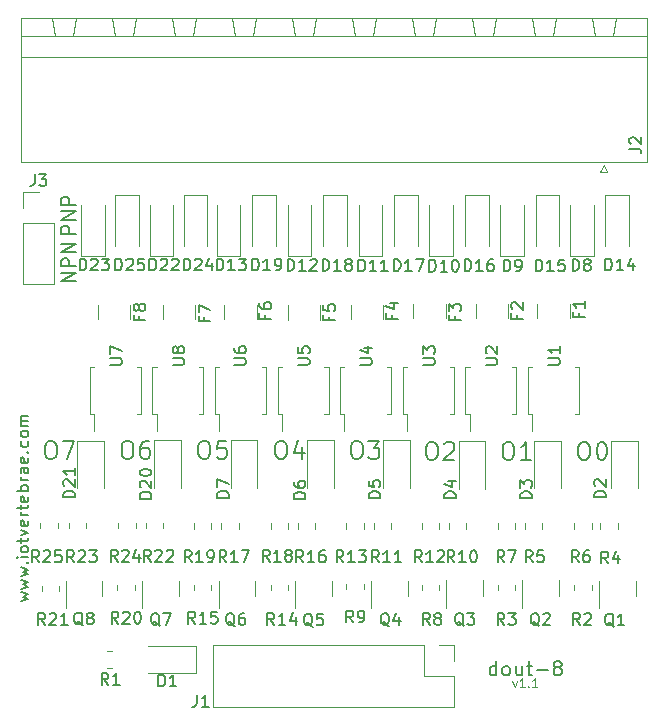
<source format=gbr>
%TF.GenerationSoftware,KiCad,Pcbnew,6.0.11+dfsg-1~bpo11+1*%
%TF.CreationDate,2023-04-06T13:57:54+02:00*%
%TF.ProjectId,dout-8_11,646f7574-2d38-45f3-9131-2e6b69636164,1.1*%
%TF.SameCoordinates,Original*%
%TF.FileFunction,Legend,Top*%
%TF.FilePolarity,Positive*%
%FSLAX46Y46*%
G04 Gerber Fmt 4.6, Leading zero omitted, Abs format (unit mm)*
G04 Created by KiCad (PCBNEW 6.0.11+dfsg-1~bpo11+1) date 2023-04-06 13:57:54*
%MOMM*%
%LPD*%
G01*
G04 APERTURE LIST*
%ADD10C,0.150000*%
%ADD11C,0.200000*%
%ADD12C,0.100000*%
%ADD13C,0.120000*%
G04 APERTURE END LIST*
D10*
X126485714Y-110054761D02*
X127152380Y-109864285D01*
X126676190Y-109673809D01*
X127152380Y-109483333D01*
X126485714Y-109292857D01*
X126485714Y-109007142D02*
X127152380Y-108816666D01*
X126676190Y-108626190D01*
X127152380Y-108435714D01*
X126485714Y-108245238D01*
X126485714Y-107959523D02*
X127152380Y-107769047D01*
X126676190Y-107578571D01*
X127152380Y-107388095D01*
X126485714Y-107197619D01*
X127057142Y-106816666D02*
X127104761Y-106769047D01*
X127152380Y-106816666D01*
X127104761Y-106864285D01*
X127057142Y-106816666D01*
X127152380Y-106816666D01*
X127152380Y-106340476D02*
X126485714Y-106340476D01*
X126152380Y-106340476D02*
X126200000Y-106388095D01*
X126247619Y-106340476D01*
X126200000Y-106292857D01*
X126152380Y-106340476D01*
X126247619Y-106340476D01*
X127152380Y-105721428D02*
X127104761Y-105816666D01*
X127057142Y-105864285D01*
X126961904Y-105911904D01*
X126676190Y-105911904D01*
X126580952Y-105864285D01*
X126533333Y-105816666D01*
X126485714Y-105721428D01*
X126485714Y-105578571D01*
X126533333Y-105483333D01*
X126580952Y-105435714D01*
X126676190Y-105388095D01*
X126961904Y-105388095D01*
X127057142Y-105435714D01*
X127104761Y-105483333D01*
X127152380Y-105578571D01*
X127152380Y-105721428D01*
X126485714Y-105102380D02*
X126485714Y-104721428D01*
X126152380Y-104959523D02*
X127009523Y-104959523D01*
X127104761Y-104911904D01*
X127152380Y-104816666D01*
X127152380Y-104721428D01*
X126485714Y-104483333D02*
X127152380Y-104245238D01*
X126485714Y-104007142D01*
X127104761Y-103245238D02*
X127152380Y-103340476D01*
X127152380Y-103530952D01*
X127104761Y-103626190D01*
X127009523Y-103673809D01*
X126628571Y-103673809D01*
X126533333Y-103626190D01*
X126485714Y-103530952D01*
X126485714Y-103340476D01*
X126533333Y-103245238D01*
X126628571Y-103197619D01*
X126723809Y-103197619D01*
X126819047Y-103673809D01*
X127152380Y-102769047D02*
X126485714Y-102769047D01*
X126676190Y-102769047D02*
X126580952Y-102721428D01*
X126533333Y-102673809D01*
X126485714Y-102578571D01*
X126485714Y-102483333D01*
X126485714Y-102292857D02*
X126485714Y-101911904D01*
X126152380Y-102150000D02*
X127009523Y-102150000D01*
X127104761Y-102102380D01*
X127152380Y-102007142D01*
X127152380Y-101911904D01*
X127104761Y-101197619D02*
X127152380Y-101292857D01*
X127152380Y-101483333D01*
X127104761Y-101578571D01*
X127009523Y-101626190D01*
X126628571Y-101626190D01*
X126533333Y-101578571D01*
X126485714Y-101483333D01*
X126485714Y-101292857D01*
X126533333Y-101197619D01*
X126628571Y-101150000D01*
X126723809Y-101150000D01*
X126819047Y-101626190D01*
X127152380Y-100721428D02*
X126152380Y-100721428D01*
X126533333Y-100721428D02*
X126485714Y-100626190D01*
X126485714Y-100435714D01*
X126533333Y-100340476D01*
X126580952Y-100292857D01*
X126676190Y-100245238D01*
X126961904Y-100245238D01*
X127057142Y-100292857D01*
X127104761Y-100340476D01*
X127152380Y-100435714D01*
X127152380Y-100626190D01*
X127104761Y-100721428D01*
X127152380Y-99816666D02*
X126485714Y-99816666D01*
X126676190Y-99816666D02*
X126580952Y-99769047D01*
X126533333Y-99721428D01*
X126485714Y-99626190D01*
X126485714Y-99530952D01*
X127152380Y-98769047D02*
X126628571Y-98769047D01*
X126533333Y-98816666D01*
X126485714Y-98911904D01*
X126485714Y-99102380D01*
X126533333Y-99197619D01*
X127104761Y-98769047D02*
X127152380Y-98864285D01*
X127152380Y-99102380D01*
X127104761Y-99197619D01*
X127009523Y-99245238D01*
X126914285Y-99245238D01*
X126819047Y-99197619D01*
X126771428Y-99102380D01*
X126771428Y-98864285D01*
X126723809Y-98769047D01*
X127104761Y-97911904D02*
X127152380Y-98007142D01*
X127152380Y-98197619D01*
X127104761Y-98292857D01*
X127009523Y-98340476D01*
X126628571Y-98340476D01*
X126533333Y-98292857D01*
X126485714Y-98197619D01*
X126485714Y-98007142D01*
X126533333Y-97911904D01*
X126628571Y-97864285D01*
X126723809Y-97864285D01*
X126819047Y-98340476D01*
X127057142Y-97435714D02*
X127104761Y-97388095D01*
X127152380Y-97435714D01*
X127104761Y-97483333D01*
X127057142Y-97435714D01*
X127152380Y-97435714D01*
X127104761Y-96530952D02*
X127152380Y-96626190D01*
X127152380Y-96816666D01*
X127104761Y-96911904D01*
X127057142Y-96959523D01*
X126961904Y-97007142D01*
X126676190Y-97007142D01*
X126580952Y-96959523D01*
X126533333Y-96911904D01*
X126485714Y-96816666D01*
X126485714Y-96626190D01*
X126533333Y-96530952D01*
X127152380Y-95959523D02*
X127104761Y-96054761D01*
X127057142Y-96102380D01*
X126961904Y-96150000D01*
X126676190Y-96150000D01*
X126580952Y-96102380D01*
X126533333Y-96054761D01*
X126485714Y-95959523D01*
X126485714Y-95816666D01*
X126533333Y-95721428D01*
X126580952Y-95673809D01*
X126676190Y-95626190D01*
X126961904Y-95626190D01*
X127057142Y-95673809D01*
X127104761Y-95721428D01*
X127152380Y-95816666D01*
X127152380Y-95959523D01*
X127152380Y-95197619D02*
X126485714Y-95197619D01*
X126580952Y-95197619D02*
X126533333Y-95150000D01*
X126485714Y-95054761D01*
X126485714Y-94911904D01*
X126533333Y-94816666D01*
X126628571Y-94769047D01*
X127152380Y-94769047D01*
X126628571Y-94769047D02*
X126533333Y-94721428D01*
X126485714Y-94626190D01*
X126485714Y-94483333D01*
X126533333Y-94388095D01*
X126628571Y-94340476D01*
X127152380Y-94340476D01*
D11*
X148392857Y-96478571D02*
X148678571Y-96478571D01*
X148821428Y-96550000D01*
X148964285Y-96692857D01*
X149035714Y-96978571D01*
X149035714Y-97478571D01*
X148964285Y-97764285D01*
X148821428Y-97907142D01*
X148678571Y-97978571D01*
X148392857Y-97978571D01*
X148250000Y-97907142D01*
X148107142Y-97764285D01*
X148035714Y-97478571D01*
X148035714Y-96978571D01*
X148107142Y-96692857D01*
X148250000Y-96550000D01*
X148392857Y-96478571D01*
X150321428Y-96978571D02*
X150321428Y-97978571D01*
X149964285Y-96407142D02*
X149607142Y-97478571D01*
X150535714Y-97478571D01*
X154792857Y-96478571D02*
X155078571Y-96478571D01*
X155221428Y-96550000D01*
X155364285Y-96692857D01*
X155435714Y-96978571D01*
X155435714Y-97478571D01*
X155364285Y-97764285D01*
X155221428Y-97907142D01*
X155078571Y-97978571D01*
X154792857Y-97978571D01*
X154650000Y-97907142D01*
X154507142Y-97764285D01*
X154435714Y-97478571D01*
X154435714Y-96978571D01*
X154507142Y-96692857D01*
X154650000Y-96550000D01*
X154792857Y-96478571D01*
X155935714Y-96478571D02*
X156864285Y-96478571D01*
X156364285Y-97050000D01*
X156578571Y-97050000D01*
X156721428Y-97121428D01*
X156792857Y-97192857D01*
X156864285Y-97335714D01*
X156864285Y-97692857D01*
X156792857Y-97835714D01*
X156721428Y-97907142D01*
X156578571Y-97978571D01*
X156150000Y-97978571D01*
X156007142Y-97907142D01*
X155935714Y-97835714D01*
D12*
X168128571Y-116839285D02*
X168307142Y-117339285D01*
X168485714Y-116839285D01*
X169164285Y-117339285D02*
X168735714Y-117339285D01*
X168950000Y-117339285D02*
X168950000Y-116589285D01*
X168878571Y-116696428D01*
X168807142Y-116767857D01*
X168735714Y-116803571D01*
X169485714Y-117267857D02*
X169521428Y-117303571D01*
X169485714Y-117339285D01*
X169450000Y-117303571D01*
X169485714Y-117267857D01*
X169485714Y-117339285D01*
X170235714Y-117339285D02*
X169807142Y-117339285D01*
X170021428Y-117339285D02*
X170021428Y-116589285D01*
X169950000Y-116696428D01*
X169878571Y-116767857D01*
X169807142Y-116803571D01*
D11*
X174042857Y-96578571D02*
X174328571Y-96578571D01*
X174471428Y-96650000D01*
X174614285Y-96792857D01*
X174685714Y-97078571D01*
X174685714Y-97578571D01*
X174614285Y-97864285D01*
X174471428Y-98007142D01*
X174328571Y-98078571D01*
X174042857Y-98078571D01*
X173900000Y-98007142D01*
X173757142Y-97864285D01*
X173685714Y-97578571D01*
X173685714Y-97078571D01*
X173757142Y-96792857D01*
X173900000Y-96650000D01*
X174042857Y-96578571D01*
X175614285Y-96578571D02*
X175757142Y-96578571D01*
X175900000Y-96650000D01*
X175971428Y-96721428D01*
X176042857Y-96864285D01*
X176114285Y-97150000D01*
X176114285Y-97507142D01*
X176042857Y-97792857D01*
X175971428Y-97935714D01*
X175900000Y-98007142D01*
X175757142Y-98078571D01*
X175614285Y-98078571D01*
X175471428Y-98007142D01*
X175400000Y-97935714D01*
X175328571Y-97792857D01*
X175257142Y-97507142D01*
X175257142Y-97150000D01*
X175328571Y-96864285D01*
X175400000Y-96721428D01*
X175471428Y-96650000D01*
X175614285Y-96578571D01*
X161142857Y-96578571D02*
X161428571Y-96578571D01*
X161571428Y-96650000D01*
X161714285Y-96792857D01*
X161785714Y-97078571D01*
X161785714Y-97578571D01*
X161714285Y-97864285D01*
X161571428Y-98007142D01*
X161428571Y-98078571D01*
X161142857Y-98078571D01*
X161000000Y-98007142D01*
X160857142Y-97864285D01*
X160785714Y-97578571D01*
X160785714Y-97078571D01*
X160857142Y-96792857D01*
X161000000Y-96650000D01*
X161142857Y-96578571D01*
X162357142Y-96721428D02*
X162428571Y-96650000D01*
X162571428Y-96578571D01*
X162928571Y-96578571D01*
X163071428Y-96650000D01*
X163142857Y-96721428D01*
X163214285Y-96864285D01*
X163214285Y-97007142D01*
X163142857Y-97221428D01*
X162285714Y-98078571D01*
X163214285Y-98078571D01*
X166764285Y-116342857D02*
X166764285Y-115142857D01*
X166764285Y-116285714D02*
X166650000Y-116342857D01*
X166421428Y-116342857D01*
X166307142Y-116285714D01*
X166250000Y-116228571D01*
X166192857Y-116114285D01*
X166192857Y-115771428D01*
X166250000Y-115657142D01*
X166307142Y-115600000D01*
X166421428Y-115542857D01*
X166650000Y-115542857D01*
X166764285Y-115600000D01*
X167507142Y-116342857D02*
X167392857Y-116285714D01*
X167335714Y-116228571D01*
X167278571Y-116114285D01*
X167278571Y-115771428D01*
X167335714Y-115657142D01*
X167392857Y-115600000D01*
X167507142Y-115542857D01*
X167678571Y-115542857D01*
X167792857Y-115600000D01*
X167850000Y-115657142D01*
X167907142Y-115771428D01*
X167907142Y-116114285D01*
X167850000Y-116228571D01*
X167792857Y-116285714D01*
X167678571Y-116342857D01*
X167507142Y-116342857D01*
X168935714Y-115542857D02*
X168935714Y-116342857D01*
X168421428Y-115542857D02*
X168421428Y-116171428D01*
X168478571Y-116285714D01*
X168592857Y-116342857D01*
X168764285Y-116342857D01*
X168878571Y-116285714D01*
X168935714Y-116228571D01*
X169335714Y-115542857D02*
X169792857Y-115542857D01*
X169507142Y-115142857D02*
X169507142Y-116171428D01*
X169564285Y-116285714D01*
X169678571Y-116342857D01*
X169792857Y-116342857D01*
X170192857Y-115885714D02*
X171107142Y-115885714D01*
X171850000Y-115657142D02*
X171735714Y-115600000D01*
X171678571Y-115542857D01*
X171621428Y-115428571D01*
X171621428Y-115371428D01*
X171678571Y-115257142D01*
X171735714Y-115200000D01*
X171850000Y-115142857D01*
X172078571Y-115142857D01*
X172192857Y-115200000D01*
X172250000Y-115257142D01*
X172307142Y-115371428D01*
X172307142Y-115428571D01*
X172250000Y-115542857D01*
X172192857Y-115600000D01*
X172078571Y-115657142D01*
X171850000Y-115657142D01*
X171735714Y-115714285D01*
X171678571Y-115771428D01*
X171621428Y-115885714D01*
X171621428Y-116114285D01*
X171678571Y-116228571D01*
X171735714Y-116285714D01*
X171850000Y-116342857D01*
X172078571Y-116342857D01*
X172192857Y-116285714D01*
X172250000Y-116228571D01*
X172307142Y-116114285D01*
X172307142Y-115885714D01*
X172250000Y-115771428D01*
X172192857Y-115714285D01*
X172078571Y-115657142D01*
X131142857Y-82971428D02*
X129942857Y-82971428D01*
X131142857Y-82285714D01*
X129942857Y-82285714D01*
X131142857Y-81714285D02*
X129942857Y-81714285D01*
X129942857Y-81257142D01*
X130000000Y-81142857D01*
X130057142Y-81085714D01*
X130171428Y-81028571D01*
X130342857Y-81028571D01*
X130457142Y-81085714D01*
X130514285Y-81142857D01*
X130571428Y-81257142D01*
X130571428Y-81714285D01*
X131142857Y-80514285D02*
X129942857Y-80514285D01*
X131142857Y-79828571D01*
X129942857Y-79828571D01*
X128892857Y-96528571D02*
X129178571Y-96528571D01*
X129321428Y-96600000D01*
X129464285Y-96742857D01*
X129535714Y-97028571D01*
X129535714Y-97528571D01*
X129464285Y-97814285D01*
X129321428Y-97957142D01*
X129178571Y-98028571D01*
X128892857Y-98028571D01*
X128750000Y-97957142D01*
X128607142Y-97814285D01*
X128535714Y-97528571D01*
X128535714Y-97028571D01*
X128607142Y-96742857D01*
X128750000Y-96600000D01*
X128892857Y-96528571D01*
X130035714Y-96528571D02*
X131035714Y-96528571D01*
X130392857Y-98028571D01*
X167642857Y-96578571D02*
X167928571Y-96578571D01*
X168071428Y-96650000D01*
X168214285Y-96792857D01*
X168285714Y-97078571D01*
X168285714Y-97578571D01*
X168214285Y-97864285D01*
X168071428Y-98007142D01*
X167928571Y-98078571D01*
X167642857Y-98078571D01*
X167500000Y-98007142D01*
X167357142Y-97864285D01*
X167285714Y-97578571D01*
X167285714Y-97078571D01*
X167357142Y-96792857D01*
X167500000Y-96650000D01*
X167642857Y-96578571D01*
X169714285Y-98078571D02*
X168857142Y-98078571D01*
X169285714Y-98078571D02*
X169285714Y-96578571D01*
X169142857Y-96792857D01*
X169000000Y-96935714D01*
X168857142Y-97007142D01*
X131142857Y-78942857D02*
X129942857Y-78942857D01*
X129942857Y-78485714D01*
X130000000Y-78371428D01*
X130057142Y-78314285D01*
X130171428Y-78257142D01*
X130342857Y-78257142D01*
X130457142Y-78314285D01*
X130514285Y-78371428D01*
X130571428Y-78485714D01*
X130571428Y-78942857D01*
X131142857Y-77742857D02*
X129942857Y-77742857D01*
X131142857Y-77057142D01*
X129942857Y-77057142D01*
X131142857Y-76485714D02*
X129942857Y-76485714D01*
X129942857Y-76028571D01*
X130000000Y-75914285D01*
X130057142Y-75857142D01*
X130171428Y-75800000D01*
X130342857Y-75800000D01*
X130457142Y-75857142D01*
X130514285Y-75914285D01*
X130571428Y-76028571D01*
X130571428Y-76485714D01*
X135392857Y-96478571D02*
X135678571Y-96478571D01*
X135821428Y-96550000D01*
X135964285Y-96692857D01*
X136035714Y-96978571D01*
X136035714Y-97478571D01*
X135964285Y-97764285D01*
X135821428Y-97907142D01*
X135678571Y-97978571D01*
X135392857Y-97978571D01*
X135250000Y-97907142D01*
X135107142Y-97764285D01*
X135035714Y-97478571D01*
X135035714Y-96978571D01*
X135107142Y-96692857D01*
X135250000Y-96550000D01*
X135392857Y-96478571D01*
X137321428Y-96478571D02*
X137035714Y-96478571D01*
X136892857Y-96550000D01*
X136821428Y-96621428D01*
X136678571Y-96835714D01*
X136607142Y-97121428D01*
X136607142Y-97692857D01*
X136678571Y-97835714D01*
X136750000Y-97907142D01*
X136892857Y-97978571D01*
X137178571Y-97978571D01*
X137321428Y-97907142D01*
X137392857Y-97835714D01*
X137464285Y-97692857D01*
X137464285Y-97335714D01*
X137392857Y-97192857D01*
X137321428Y-97121428D01*
X137178571Y-97050000D01*
X136892857Y-97050000D01*
X136750000Y-97121428D01*
X136678571Y-97192857D01*
X136607142Y-97335714D01*
X141892857Y-96478571D02*
X142178571Y-96478571D01*
X142321428Y-96550000D01*
X142464285Y-96692857D01*
X142535714Y-96978571D01*
X142535714Y-97478571D01*
X142464285Y-97764285D01*
X142321428Y-97907142D01*
X142178571Y-97978571D01*
X141892857Y-97978571D01*
X141750000Y-97907142D01*
X141607142Y-97764285D01*
X141535714Y-97478571D01*
X141535714Y-96978571D01*
X141607142Y-96692857D01*
X141750000Y-96550000D01*
X141892857Y-96478571D01*
X143892857Y-96478571D02*
X143178571Y-96478571D01*
X143107142Y-97192857D01*
X143178571Y-97121428D01*
X143321428Y-97050000D01*
X143678571Y-97050000D01*
X143821428Y-97121428D01*
X143892857Y-97192857D01*
X143964285Y-97335714D01*
X143964285Y-97692857D01*
X143892857Y-97835714D01*
X143821428Y-97907142D01*
X143678571Y-97978571D01*
X143321428Y-97978571D01*
X143178571Y-97907142D01*
X143107142Y-97835714D01*
D10*
%TO.C,U6*%
X144552380Y-90061904D02*
X145361904Y-90061904D01*
X145457142Y-90014285D01*
X145504761Y-89966666D01*
X145552380Y-89871428D01*
X145552380Y-89680952D01*
X145504761Y-89585714D01*
X145457142Y-89538095D01*
X145361904Y-89490476D01*
X144552380Y-89490476D01*
X144552380Y-88585714D02*
X144552380Y-88776190D01*
X144600000Y-88871428D01*
X144647619Y-88919047D01*
X144790476Y-89014285D01*
X144980952Y-89061904D01*
X145361904Y-89061904D01*
X145457142Y-89014285D01*
X145504761Y-88966666D01*
X145552380Y-88871428D01*
X145552380Y-88680952D01*
X145504761Y-88585714D01*
X145457142Y-88538095D01*
X145361904Y-88490476D01*
X145123809Y-88490476D01*
X145028571Y-88538095D01*
X144980952Y-88585714D01*
X144933333Y-88680952D01*
X144933333Y-88871428D01*
X144980952Y-88966666D01*
X145028571Y-89014285D01*
X145123809Y-89061904D01*
%TO.C,D23*%
X131485714Y-82052380D02*
X131485714Y-81052380D01*
X131723809Y-81052380D01*
X131866666Y-81100000D01*
X131961904Y-81195238D01*
X132009523Y-81290476D01*
X132057142Y-81480952D01*
X132057142Y-81623809D01*
X132009523Y-81814285D01*
X131961904Y-81909523D01*
X131866666Y-82004761D01*
X131723809Y-82052380D01*
X131485714Y-82052380D01*
X132438095Y-81147619D02*
X132485714Y-81100000D01*
X132580952Y-81052380D01*
X132819047Y-81052380D01*
X132914285Y-81100000D01*
X132961904Y-81147619D01*
X133009523Y-81242857D01*
X133009523Y-81338095D01*
X132961904Y-81480952D01*
X132390476Y-82052380D01*
X133009523Y-82052380D01*
X133342857Y-81052380D02*
X133961904Y-81052380D01*
X133628571Y-81433333D01*
X133771428Y-81433333D01*
X133866666Y-81480952D01*
X133914285Y-81528571D01*
X133961904Y-81623809D01*
X133961904Y-81861904D01*
X133914285Y-81957142D01*
X133866666Y-82004761D01*
X133771428Y-82052380D01*
X133485714Y-82052380D01*
X133390476Y-82004761D01*
X133342857Y-81957142D01*
%TO.C,Q4*%
X157704761Y-112172619D02*
X157609523Y-112125000D01*
X157514285Y-112029761D01*
X157371428Y-111886904D01*
X157276190Y-111839285D01*
X157180952Y-111839285D01*
X157228571Y-112077380D02*
X157133333Y-112029761D01*
X157038095Y-111934523D01*
X156990476Y-111744047D01*
X156990476Y-111410714D01*
X157038095Y-111220238D01*
X157133333Y-111125000D01*
X157228571Y-111077380D01*
X157419047Y-111077380D01*
X157514285Y-111125000D01*
X157609523Y-111220238D01*
X157657142Y-111410714D01*
X157657142Y-111744047D01*
X157609523Y-111934523D01*
X157514285Y-112029761D01*
X157419047Y-112077380D01*
X157228571Y-112077380D01*
X158514285Y-111410714D02*
X158514285Y-112077380D01*
X158276190Y-111029761D02*
X158038095Y-111744047D01*
X158657142Y-111744047D01*
%TO.C,Q7*%
X138254761Y-112147619D02*
X138159523Y-112100000D01*
X138064285Y-112004761D01*
X137921428Y-111861904D01*
X137826190Y-111814285D01*
X137730952Y-111814285D01*
X137778571Y-112052380D02*
X137683333Y-112004761D01*
X137588095Y-111909523D01*
X137540476Y-111719047D01*
X137540476Y-111385714D01*
X137588095Y-111195238D01*
X137683333Y-111100000D01*
X137778571Y-111052380D01*
X137969047Y-111052380D01*
X138064285Y-111100000D01*
X138159523Y-111195238D01*
X138207142Y-111385714D01*
X138207142Y-111719047D01*
X138159523Y-111909523D01*
X138064285Y-112004761D01*
X137969047Y-112052380D01*
X137778571Y-112052380D01*
X138540476Y-111052380D02*
X139207142Y-111052380D01*
X138778571Y-112052380D01*
%TO.C,F8*%
X136528571Y-85933333D02*
X136528571Y-86266666D01*
X137052380Y-86266666D02*
X136052380Y-86266666D01*
X136052380Y-85790476D01*
X136480952Y-85266666D02*
X136433333Y-85361904D01*
X136385714Y-85409523D01*
X136290476Y-85457142D01*
X136242857Y-85457142D01*
X136147619Y-85409523D01*
X136100000Y-85361904D01*
X136052380Y-85266666D01*
X136052380Y-85076190D01*
X136100000Y-84980952D01*
X136147619Y-84933333D01*
X136242857Y-84885714D01*
X136290476Y-84885714D01*
X136385714Y-84933333D01*
X136433333Y-84980952D01*
X136480952Y-85076190D01*
X136480952Y-85266666D01*
X136528571Y-85361904D01*
X136576190Y-85409523D01*
X136671428Y-85457142D01*
X136861904Y-85457142D01*
X136957142Y-85409523D01*
X137004761Y-85361904D01*
X137052380Y-85266666D01*
X137052380Y-85076190D01*
X137004761Y-84980952D01*
X136957142Y-84933333D01*
X136861904Y-84885714D01*
X136671428Y-84885714D01*
X136576190Y-84933333D01*
X136528571Y-84980952D01*
X136480952Y-85076190D01*
%TO.C,D21*%
X131102380Y-101264285D02*
X130102380Y-101264285D01*
X130102380Y-101026190D01*
X130150000Y-100883333D01*
X130245238Y-100788095D01*
X130340476Y-100740476D01*
X130530952Y-100692857D01*
X130673809Y-100692857D01*
X130864285Y-100740476D01*
X130959523Y-100788095D01*
X131054761Y-100883333D01*
X131102380Y-101026190D01*
X131102380Y-101264285D01*
X130197619Y-100311904D02*
X130150000Y-100264285D01*
X130102380Y-100169047D01*
X130102380Y-99930952D01*
X130150000Y-99835714D01*
X130197619Y-99788095D01*
X130292857Y-99740476D01*
X130388095Y-99740476D01*
X130530952Y-99788095D01*
X131102380Y-100359523D01*
X131102380Y-99740476D01*
X131102380Y-98788095D02*
X131102380Y-99359523D01*
X131102380Y-99073809D02*
X130102380Y-99073809D01*
X130245238Y-99169047D01*
X130340476Y-99264285D01*
X130388095Y-99359523D01*
%TO.C,F7*%
X142028571Y-86033333D02*
X142028571Y-86366666D01*
X142552380Y-86366666D02*
X141552380Y-86366666D01*
X141552380Y-85890476D01*
X141552380Y-85604761D02*
X141552380Y-84938095D01*
X142552380Y-85366666D01*
%TO.C,Q1*%
X176704761Y-112210119D02*
X176609523Y-112162500D01*
X176514285Y-112067261D01*
X176371428Y-111924404D01*
X176276190Y-111876785D01*
X176180952Y-111876785D01*
X176228571Y-112114880D02*
X176133333Y-112067261D01*
X176038095Y-111972023D01*
X175990476Y-111781547D01*
X175990476Y-111448214D01*
X176038095Y-111257738D01*
X176133333Y-111162500D01*
X176228571Y-111114880D01*
X176419047Y-111114880D01*
X176514285Y-111162500D01*
X176609523Y-111257738D01*
X176657142Y-111448214D01*
X176657142Y-111781547D01*
X176609523Y-111972023D01*
X176514285Y-112067261D01*
X176419047Y-112114880D01*
X176228571Y-112114880D01*
X177609523Y-112114880D02*
X177038095Y-112114880D01*
X177323809Y-112114880D02*
X177323809Y-111114880D01*
X177228571Y-111257738D01*
X177133333Y-111352976D01*
X177038095Y-111400595D01*
%TO.C,R15*%
X141257142Y-111952380D02*
X140923809Y-111476190D01*
X140685714Y-111952380D02*
X140685714Y-110952380D01*
X141066666Y-110952380D01*
X141161904Y-111000000D01*
X141209523Y-111047619D01*
X141257142Y-111142857D01*
X141257142Y-111285714D01*
X141209523Y-111380952D01*
X141161904Y-111428571D01*
X141066666Y-111476190D01*
X140685714Y-111476190D01*
X142209523Y-111952380D02*
X141638095Y-111952380D01*
X141923809Y-111952380D02*
X141923809Y-110952380D01*
X141828571Y-111095238D01*
X141733333Y-111190476D01*
X141638095Y-111238095D01*
X143114285Y-110952380D02*
X142638095Y-110952380D01*
X142590476Y-111428571D01*
X142638095Y-111380952D01*
X142733333Y-111333333D01*
X142971428Y-111333333D01*
X143066666Y-111380952D01*
X143114285Y-111428571D01*
X143161904Y-111523809D01*
X143161904Y-111761904D01*
X143114285Y-111857142D01*
X143066666Y-111904761D01*
X142971428Y-111952380D01*
X142733333Y-111952380D01*
X142638095Y-111904761D01*
X142590476Y-111857142D01*
%TO.C,D18*%
X152045714Y-82082380D02*
X152045714Y-81082380D01*
X152283809Y-81082380D01*
X152426666Y-81130000D01*
X152521904Y-81225238D01*
X152569523Y-81320476D01*
X152617142Y-81510952D01*
X152617142Y-81653809D01*
X152569523Y-81844285D01*
X152521904Y-81939523D01*
X152426666Y-82034761D01*
X152283809Y-82082380D01*
X152045714Y-82082380D01*
X153569523Y-82082380D02*
X152998095Y-82082380D01*
X153283809Y-82082380D02*
X153283809Y-81082380D01*
X153188571Y-81225238D01*
X153093333Y-81320476D01*
X152998095Y-81368095D01*
X154140952Y-81510952D02*
X154045714Y-81463333D01*
X153998095Y-81415714D01*
X153950476Y-81320476D01*
X153950476Y-81272857D01*
X153998095Y-81177619D01*
X154045714Y-81130000D01*
X154140952Y-81082380D01*
X154331428Y-81082380D01*
X154426666Y-81130000D01*
X154474285Y-81177619D01*
X154521904Y-81272857D01*
X154521904Y-81320476D01*
X154474285Y-81415714D01*
X154426666Y-81463333D01*
X154331428Y-81510952D01*
X154140952Y-81510952D01*
X154045714Y-81558571D01*
X153998095Y-81606190D01*
X153950476Y-81701428D01*
X153950476Y-81891904D01*
X153998095Y-81987142D01*
X154045714Y-82034761D01*
X154140952Y-82082380D01*
X154331428Y-82082380D01*
X154426666Y-82034761D01*
X154474285Y-81987142D01*
X154521904Y-81891904D01*
X154521904Y-81701428D01*
X154474285Y-81606190D01*
X154426666Y-81558571D01*
X154331428Y-81510952D01*
%TO.C,D4*%
X163352380Y-101338095D02*
X162352380Y-101338095D01*
X162352380Y-101100000D01*
X162400000Y-100957142D01*
X162495238Y-100861904D01*
X162590476Y-100814285D01*
X162780952Y-100766666D01*
X162923809Y-100766666D01*
X163114285Y-100814285D01*
X163209523Y-100861904D01*
X163304761Y-100957142D01*
X163352380Y-101100000D01*
X163352380Y-101338095D01*
X162685714Y-99909523D02*
X163352380Y-99909523D01*
X162304761Y-100147619D02*
X163019047Y-100385714D01*
X163019047Y-99766666D01*
%TO.C,R20*%
X134757142Y-111952380D02*
X134423809Y-111476190D01*
X134185714Y-111952380D02*
X134185714Y-110952380D01*
X134566666Y-110952380D01*
X134661904Y-111000000D01*
X134709523Y-111047619D01*
X134757142Y-111142857D01*
X134757142Y-111285714D01*
X134709523Y-111380952D01*
X134661904Y-111428571D01*
X134566666Y-111476190D01*
X134185714Y-111476190D01*
X135138095Y-111047619D02*
X135185714Y-111000000D01*
X135280952Y-110952380D01*
X135519047Y-110952380D01*
X135614285Y-111000000D01*
X135661904Y-111047619D01*
X135709523Y-111142857D01*
X135709523Y-111238095D01*
X135661904Y-111380952D01*
X135090476Y-111952380D01*
X135709523Y-111952380D01*
X136328571Y-110952380D02*
X136423809Y-110952380D01*
X136519047Y-111000000D01*
X136566666Y-111047619D01*
X136614285Y-111142857D01*
X136661904Y-111333333D01*
X136661904Y-111571428D01*
X136614285Y-111761904D01*
X136566666Y-111857142D01*
X136519047Y-111904761D01*
X136423809Y-111952380D01*
X136328571Y-111952380D01*
X136233333Y-111904761D01*
X136185714Y-111857142D01*
X136138095Y-111761904D01*
X136090476Y-111571428D01*
X136090476Y-111333333D01*
X136138095Y-111142857D01*
X136185714Y-111047619D01*
X136233333Y-111000000D01*
X136328571Y-110952380D01*
%TO.C,R6*%
X173733333Y-106752380D02*
X173400000Y-106276190D01*
X173161904Y-106752380D02*
X173161904Y-105752380D01*
X173542857Y-105752380D01*
X173638095Y-105800000D01*
X173685714Y-105847619D01*
X173733333Y-105942857D01*
X173733333Y-106085714D01*
X173685714Y-106180952D01*
X173638095Y-106228571D01*
X173542857Y-106276190D01*
X173161904Y-106276190D01*
X174590476Y-105752380D02*
X174400000Y-105752380D01*
X174304761Y-105800000D01*
X174257142Y-105847619D01*
X174161904Y-105990476D01*
X174114285Y-106180952D01*
X174114285Y-106561904D01*
X174161904Y-106657142D01*
X174209523Y-106704761D01*
X174304761Y-106752380D01*
X174495238Y-106752380D01*
X174590476Y-106704761D01*
X174638095Y-106657142D01*
X174685714Y-106561904D01*
X174685714Y-106323809D01*
X174638095Y-106228571D01*
X174590476Y-106180952D01*
X174495238Y-106133333D01*
X174304761Y-106133333D01*
X174209523Y-106180952D01*
X174161904Y-106228571D01*
X174114285Y-106323809D01*
%TO.C,R12*%
X160457142Y-106752380D02*
X160123809Y-106276190D01*
X159885714Y-106752380D02*
X159885714Y-105752380D01*
X160266666Y-105752380D01*
X160361904Y-105800000D01*
X160409523Y-105847619D01*
X160457142Y-105942857D01*
X160457142Y-106085714D01*
X160409523Y-106180952D01*
X160361904Y-106228571D01*
X160266666Y-106276190D01*
X159885714Y-106276190D01*
X161409523Y-106752380D02*
X160838095Y-106752380D01*
X161123809Y-106752380D02*
X161123809Y-105752380D01*
X161028571Y-105895238D01*
X160933333Y-105990476D01*
X160838095Y-106038095D01*
X161790476Y-105847619D02*
X161838095Y-105800000D01*
X161933333Y-105752380D01*
X162171428Y-105752380D01*
X162266666Y-105800000D01*
X162314285Y-105847619D01*
X162361904Y-105942857D01*
X162361904Y-106038095D01*
X162314285Y-106180952D01*
X161742857Y-106752380D01*
X162361904Y-106752380D01*
%TO.C,D16*%
X164085714Y-82112380D02*
X164085714Y-81112380D01*
X164323809Y-81112380D01*
X164466666Y-81160000D01*
X164561904Y-81255238D01*
X164609523Y-81350476D01*
X164657142Y-81540952D01*
X164657142Y-81683809D01*
X164609523Y-81874285D01*
X164561904Y-81969523D01*
X164466666Y-82064761D01*
X164323809Y-82112380D01*
X164085714Y-82112380D01*
X165609523Y-82112380D02*
X165038095Y-82112380D01*
X165323809Y-82112380D02*
X165323809Y-81112380D01*
X165228571Y-81255238D01*
X165133333Y-81350476D01*
X165038095Y-81398095D01*
X166466666Y-81112380D02*
X166276190Y-81112380D01*
X166180952Y-81160000D01*
X166133333Y-81207619D01*
X166038095Y-81350476D01*
X165990476Y-81540952D01*
X165990476Y-81921904D01*
X166038095Y-82017142D01*
X166085714Y-82064761D01*
X166180952Y-82112380D01*
X166371428Y-82112380D01*
X166466666Y-82064761D01*
X166514285Y-82017142D01*
X166561904Y-81921904D01*
X166561904Y-81683809D01*
X166514285Y-81588571D01*
X166466666Y-81540952D01*
X166371428Y-81493333D01*
X166180952Y-81493333D01*
X166085714Y-81540952D01*
X166038095Y-81588571D01*
X165990476Y-81683809D01*
%TO.C,D17*%
X158085714Y-82112380D02*
X158085714Y-81112380D01*
X158323809Y-81112380D01*
X158466666Y-81160000D01*
X158561904Y-81255238D01*
X158609523Y-81350476D01*
X158657142Y-81540952D01*
X158657142Y-81683809D01*
X158609523Y-81874285D01*
X158561904Y-81969523D01*
X158466666Y-82064761D01*
X158323809Y-82112380D01*
X158085714Y-82112380D01*
X159609523Y-82112380D02*
X159038095Y-82112380D01*
X159323809Y-82112380D02*
X159323809Y-81112380D01*
X159228571Y-81255238D01*
X159133333Y-81350476D01*
X159038095Y-81398095D01*
X159942857Y-81112380D02*
X160609523Y-81112380D01*
X160180952Y-82112380D01*
%TO.C,Q2*%
X170404761Y-112147619D02*
X170309523Y-112100000D01*
X170214285Y-112004761D01*
X170071428Y-111861904D01*
X169976190Y-111814285D01*
X169880952Y-111814285D01*
X169928571Y-112052380D02*
X169833333Y-112004761D01*
X169738095Y-111909523D01*
X169690476Y-111719047D01*
X169690476Y-111385714D01*
X169738095Y-111195238D01*
X169833333Y-111100000D01*
X169928571Y-111052380D01*
X170119047Y-111052380D01*
X170214285Y-111100000D01*
X170309523Y-111195238D01*
X170357142Y-111385714D01*
X170357142Y-111719047D01*
X170309523Y-111909523D01*
X170214285Y-112004761D01*
X170119047Y-112052380D01*
X169928571Y-112052380D01*
X170738095Y-111147619D02*
X170785714Y-111100000D01*
X170880952Y-111052380D01*
X171119047Y-111052380D01*
X171214285Y-111100000D01*
X171261904Y-111147619D01*
X171309523Y-111242857D01*
X171309523Y-111338095D01*
X171261904Y-111480952D01*
X170690476Y-112052380D01*
X171309523Y-112052380D01*
%TO.C,D14*%
X175985714Y-82052380D02*
X175985714Y-81052380D01*
X176223809Y-81052380D01*
X176366666Y-81100000D01*
X176461904Y-81195238D01*
X176509523Y-81290476D01*
X176557142Y-81480952D01*
X176557142Y-81623809D01*
X176509523Y-81814285D01*
X176461904Y-81909523D01*
X176366666Y-82004761D01*
X176223809Y-82052380D01*
X175985714Y-82052380D01*
X177509523Y-82052380D02*
X176938095Y-82052380D01*
X177223809Y-82052380D02*
X177223809Y-81052380D01*
X177128571Y-81195238D01*
X177033333Y-81290476D01*
X176938095Y-81338095D01*
X178366666Y-81385714D02*
X178366666Y-82052380D01*
X178128571Y-81004761D02*
X177890476Y-81719047D01*
X178509523Y-81719047D01*
%TO.C,D19*%
X146085714Y-82052380D02*
X146085714Y-81052380D01*
X146323809Y-81052380D01*
X146466666Y-81100000D01*
X146561904Y-81195238D01*
X146609523Y-81290476D01*
X146657142Y-81480952D01*
X146657142Y-81623809D01*
X146609523Y-81814285D01*
X146561904Y-81909523D01*
X146466666Y-82004761D01*
X146323809Y-82052380D01*
X146085714Y-82052380D01*
X147609523Y-82052380D02*
X147038095Y-82052380D01*
X147323809Y-82052380D02*
X147323809Y-81052380D01*
X147228571Y-81195238D01*
X147133333Y-81290476D01*
X147038095Y-81338095D01*
X148085714Y-82052380D02*
X148276190Y-82052380D01*
X148371428Y-82004761D01*
X148419047Y-81957142D01*
X148514285Y-81814285D01*
X148561904Y-81623809D01*
X148561904Y-81242857D01*
X148514285Y-81147619D01*
X148466666Y-81100000D01*
X148371428Y-81052380D01*
X148180952Y-81052380D01*
X148085714Y-81100000D01*
X148038095Y-81147619D01*
X147990476Y-81242857D01*
X147990476Y-81480952D01*
X148038095Y-81576190D01*
X148085714Y-81623809D01*
X148180952Y-81671428D01*
X148371428Y-81671428D01*
X148466666Y-81623809D01*
X148514285Y-81576190D01*
X148561904Y-81480952D01*
%TO.C,D15*%
X170085714Y-82142380D02*
X170085714Y-81142380D01*
X170323809Y-81142380D01*
X170466666Y-81190000D01*
X170561904Y-81285238D01*
X170609523Y-81380476D01*
X170657142Y-81570952D01*
X170657142Y-81713809D01*
X170609523Y-81904285D01*
X170561904Y-81999523D01*
X170466666Y-82094761D01*
X170323809Y-82142380D01*
X170085714Y-82142380D01*
X171609523Y-82142380D02*
X171038095Y-82142380D01*
X171323809Y-82142380D02*
X171323809Y-81142380D01*
X171228571Y-81285238D01*
X171133333Y-81380476D01*
X171038095Y-81428095D01*
X172514285Y-81142380D02*
X172038095Y-81142380D01*
X171990476Y-81618571D01*
X172038095Y-81570952D01*
X172133333Y-81523333D01*
X172371428Y-81523333D01*
X172466666Y-81570952D01*
X172514285Y-81618571D01*
X172561904Y-81713809D01*
X172561904Y-81951904D01*
X172514285Y-82047142D01*
X172466666Y-82094761D01*
X172371428Y-82142380D01*
X172133333Y-82142380D01*
X172038095Y-82094761D01*
X171990476Y-82047142D01*
%TO.C,J3*%
X127666666Y-73897380D02*
X127666666Y-74611666D01*
X127619047Y-74754523D01*
X127523809Y-74849761D01*
X127380952Y-74897380D01*
X127285714Y-74897380D01*
X128047619Y-73897380D02*
X128666666Y-73897380D01*
X128333333Y-74278333D01*
X128476190Y-74278333D01*
X128571428Y-74325952D01*
X128619047Y-74373571D01*
X128666666Y-74468809D01*
X128666666Y-74706904D01*
X128619047Y-74802142D01*
X128571428Y-74849761D01*
X128476190Y-74897380D01*
X128190476Y-74897380D01*
X128095238Y-74849761D01*
X128047619Y-74802142D01*
%TO.C,D11*%
X155085714Y-82142380D02*
X155085714Y-81142380D01*
X155323809Y-81142380D01*
X155466666Y-81190000D01*
X155561904Y-81285238D01*
X155609523Y-81380476D01*
X155657142Y-81570952D01*
X155657142Y-81713809D01*
X155609523Y-81904285D01*
X155561904Y-81999523D01*
X155466666Y-82094761D01*
X155323809Y-82142380D01*
X155085714Y-82142380D01*
X156609523Y-82142380D02*
X156038095Y-82142380D01*
X156323809Y-82142380D02*
X156323809Y-81142380D01*
X156228571Y-81285238D01*
X156133333Y-81380476D01*
X156038095Y-81428095D01*
X157561904Y-82142380D02*
X156990476Y-82142380D01*
X157276190Y-82142380D02*
X157276190Y-81142380D01*
X157180952Y-81285238D01*
X157085714Y-81380476D01*
X156990476Y-81428095D01*
%TO.C,F2*%
X168498571Y-85798333D02*
X168498571Y-86131666D01*
X169022380Y-86131666D02*
X168022380Y-86131666D01*
X168022380Y-85655476D01*
X168117619Y-85322142D02*
X168070000Y-85274523D01*
X168022380Y-85179285D01*
X168022380Y-84941190D01*
X168070000Y-84845952D01*
X168117619Y-84798333D01*
X168212857Y-84750714D01*
X168308095Y-84750714D01*
X168450952Y-84798333D01*
X169022380Y-85369761D01*
X169022380Y-84750714D01*
%TO.C,R24*%
X134707142Y-106702380D02*
X134373809Y-106226190D01*
X134135714Y-106702380D02*
X134135714Y-105702380D01*
X134516666Y-105702380D01*
X134611904Y-105750000D01*
X134659523Y-105797619D01*
X134707142Y-105892857D01*
X134707142Y-106035714D01*
X134659523Y-106130952D01*
X134611904Y-106178571D01*
X134516666Y-106226190D01*
X134135714Y-106226190D01*
X135088095Y-105797619D02*
X135135714Y-105750000D01*
X135230952Y-105702380D01*
X135469047Y-105702380D01*
X135564285Y-105750000D01*
X135611904Y-105797619D01*
X135659523Y-105892857D01*
X135659523Y-105988095D01*
X135611904Y-106130952D01*
X135040476Y-106702380D01*
X135659523Y-106702380D01*
X136516666Y-106035714D02*
X136516666Y-106702380D01*
X136278571Y-105654761D02*
X136040476Y-106369047D01*
X136659523Y-106369047D01*
%TO.C,F3*%
X163228571Y-85933333D02*
X163228571Y-86266666D01*
X163752380Y-86266666D02*
X162752380Y-86266666D01*
X162752380Y-85790476D01*
X162752380Y-85504761D02*
X162752380Y-84885714D01*
X163133333Y-85219047D01*
X163133333Y-85076190D01*
X163180952Y-84980952D01*
X163228571Y-84933333D01*
X163323809Y-84885714D01*
X163561904Y-84885714D01*
X163657142Y-84933333D01*
X163704761Y-84980952D01*
X163752380Y-85076190D01*
X163752380Y-85361904D01*
X163704761Y-85457142D01*
X163657142Y-85504761D01*
%TO.C,Q3*%
X164004761Y-112147619D02*
X163909523Y-112100000D01*
X163814285Y-112004761D01*
X163671428Y-111861904D01*
X163576190Y-111814285D01*
X163480952Y-111814285D01*
X163528571Y-112052380D02*
X163433333Y-112004761D01*
X163338095Y-111909523D01*
X163290476Y-111719047D01*
X163290476Y-111385714D01*
X163338095Y-111195238D01*
X163433333Y-111100000D01*
X163528571Y-111052380D01*
X163719047Y-111052380D01*
X163814285Y-111100000D01*
X163909523Y-111195238D01*
X163957142Y-111385714D01*
X163957142Y-111719047D01*
X163909523Y-111909523D01*
X163814285Y-112004761D01*
X163719047Y-112052380D01*
X163528571Y-112052380D01*
X164290476Y-111052380D02*
X164909523Y-111052380D01*
X164576190Y-111433333D01*
X164719047Y-111433333D01*
X164814285Y-111480952D01*
X164861904Y-111528571D01*
X164909523Y-111623809D01*
X164909523Y-111861904D01*
X164861904Y-111957142D01*
X164814285Y-112004761D01*
X164719047Y-112052380D01*
X164433333Y-112052380D01*
X164338095Y-112004761D01*
X164290476Y-111957142D01*
%TO.C,R3*%
X167433333Y-112052380D02*
X167100000Y-111576190D01*
X166861904Y-112052380D02*
X166861904Y-111052380D01*
X167242857Y-111052380D01*
X167338095Y-111100000D01*
X167385714Y-111147619D01*
X167433333Y-111242857D01*
X167433333Y-111385714D01*
X167385714Y-111480952D01*
X167338095Y-111528571D01*
X167242857Y-111576190D01*
X166861904Y-111576190D01*
X167766666Y-111052380D02*
X168385714Y-111052380D01*
X168052380Y-111433333D01*
X168195238Y-111433333D01*
X168290476Y-111480952D01*
X168338095Y-111528571D01*
X168385714Y-111623809D01*
X168385714Y-111861904D01*
X168338095Y-111957142D01*
X168290476Y-112004761D01*
X168195238Y-112052380D01*
X167909523Y-112052380D01*
X167814285Y-112004761D01*
X167766666Y-111957142D01*
%TO.C,D2*%
X176052380Y-101263095D02*
X175052380Y-101263095D01*
X175052380Y-101025000D01*
X175100000Y-100882142D01*
X175195238Y-100786904D01*
X175290476Y-100739285D01*
X175480952Y-100691666D01*
X175623809Y-100691666D01*
X175814285Y-100739285D01*
X175909523Y-100786904D01*
X176004761Y-100882142D01*
X176052380Y-101025000D01*
X176052380Y-101263095D01*
X175147619Y-100310714D02*
X175100000Y-100263095D01*
X175052380Y-100167857D01*
X175052380Y-99929761D01*
X175100000Y-99834523D01*
X175147619Y-99786904D01*
X175242857Y-99739285D01*
X175338095Y-99739285D01*
X175480952Y-99786904D01*
X176052380Y-100358333D01*
X176052380Y-99739285D01*
%TO.C,F1*%
X173738571Y-85693333D02*
X173738571Y-86026666D01*
X174262380Y-86026666D02*
X173262380Y-86026666D01*
X173262380Y-85550476D01*
X174262380Y-84645714D02*
X174262380Y-85217142D01*
X174262380Y-84931428D02*
X173262380Y-84931428D01*
X173405238Y-85026666D01*
X173500476Y-85121904D01*
X173548095Y-85217142D01*
%TO.C,R18*%
X147557142Y-106702380D02*
X147223809Y-106226190D01*
X146985714Y-106702380D02*
X146985714Y-105702380D01*
X147366666Y-105702380D01*
X147461904Y-105750000D01*
X147509523Y-105797619D01*
X147557142Y-105892857D01*
X147557142Y-106035714D01*
X147509523Y-106130952D01*
X147461904Y-106178571D01*
X147366666Y-106226190D01*
X146985714Y-106226190D01*
X148509523Y-106702380D02*
X147938095Y-106702380D01*
X148223809Y-106702380D02*
X148223809Y-105702380D01*
X148128571Y-105845238D01*
X148033333Y-105940476D01*
X147938095Y-105988095D01*
X149080952Y-106130952D02*
X148985714Y-106083333D01*
X148938095Y-106035714D01*
X148890476Y-105940476D01*
X148890476Y-105892857D01*
X148938095Y-105797619D01*
X148985714Y-105750000D01*
X149080952Y-105702380D01*
X149271428Y-105702380D01*
X149366666Y-105750000D01*
X149414285Y-105797619D01*
X149461904Y-105892857D01*
X149461904Y-105940476D01*
X149414285Y-106035714D01*
X149366666Y-106083333D01*
X149271428Y-106130952D01*
X149080952Y-106130952D01*
X148985714Y-106178571D01*
X148938095Y-106226190D01*
X148890476Y-106321428D01*
X148890476Y-106511904D01*
X148938095Y-106607142D01*
X148985714Y-106654761D01*
X149080952Y-106702380D01*
X149271428Y-106702380D01*
X149366666Y-106654761D01*
X149414285Y-106607142D01*
X149461904Y-106511904D01*
X149461904Y-106321428D01*
X149414285Y-106226190D01*
X149366666Y-106178571D01*
X149271428Y-106130952D01*
%TO.C,U5*%
X149952380Y-90061904D02*
X150761904Y-90061904D01*
X150857142Y-90014285D01*
X150904761Y-89966666D01*
X150952380Y-89871428D01*
X150952380Y-89680952D01*
X150904761Y-89585714D01*
X150857142Y-89538095D01*
X150761904Y-89490476D01*
X149952380Y-89490476D01*
X149952380Y-88538095D02*
X149952380Y-89014285D01*
X150428571Y-89061904D01*
X150380952Y-89014285D01*
X150333333Y-88919047D01*
X150333333Y-88680952D01*
X150380952Y-88585714D01*
X150428571Y-88538095D01*
X150523809Y-88490476D01*
X150761904Y-88490476D01*
X150857142Y-88538095D01*
X150904761Y-88585714D01*
X150952380Y-88680952D01*
X150952380Y-88919047D01*
X150904761Y-89014285D01*
X150857142Y-89061904D01*
%TO.C,R16*%
X150407142Y-106752380D02*
X150073809Y-106276190D01*
X149835714Y-106752380D02*
X149835714Y-105752380D01*
X150216666Y-105752380D01*
X150311904Y-105800000D01*
X150359523Y-105847619D01*
X150407142Y-105942857D01*
X150407142Y-106085714D01*
X150359523Y-106180952D01*
X150311904Y-106228571D01*
X150216666Y-106276190D01*
X149835714Y-106276190D01*
X151359523Y-106752380D02*
X150788095Y-106752380D01*
X151073809Y-106752380D02*
X151073809Y-105752380D01*
X150978571Y-105895238D01*
X150883333Y-105990476D01*
X150788095Y-106038095D01*
X152216666Y-105752380D02*
X152026190Y-105752380D01*
X151930952Y-105800000D01*
X151883333Y-105847619D01*
X151788095Y-105990476D01*
X151740476Y-106180952D01*
X151740476Y-106561904D01*
X151788095Y-106657142D01*
X151835714Y-106704761D01*
X151930952Y-106752380D01*
X152121428Y-106752380D01*
X152216666Y-106704761D01*
X152264285Y-106657142D01*
X152311904Y-106561904D01*
X152311904Y-106323809D01*
X152264285Y-106228571D01*
X152216666Y-106180952D01*
X152121428Y-106133333D01*
X151930952Y-106133333D01*
X151835714Y-106180952D01*
X151788095Y-106228571D01*
X151740476Y-106323809D01*
%TO.C,D7*%
X144102380Y-101288095D02*
X143102380Y-101288095D01*
X143102380Y-101050000D01*
X143150000Y-100907142D01*
X143245238Y-100811904D01*
X143340476Y-100764285D01*
X143530952Y-100716666D01*
X143673809Y-100716666D01*
X143864285Y-100764285D01*
X143959523Y-100811904D01*
X144054761Y-100907142D01*
X144102380Y-101050000D01*
X144102380Y-101288095D01*
X143102380Y-100383333D02*
X143102380Y-99716666D01*
X144102380Y-100145238D01*
%TO.C,R17*%
X143907142Y-106752380D02*
X143573809Y-106276190D01*
X143335714Y-106752380D02*
X143335714Y-105752380D01*
X143716666Y-105752380D01*
X143811904Y-105800000D01*
X143859523Y-105847619D01*
X143907142Y-105942857D01*
X143907142Y-106085714D01*
X143859523Y-106180952D01*
X143811904Y-106228571D01*
X143716666Y-106276190D01*
X143335714Y-106276190D01*
X144859523Y-106752380D02*
X144288095Y-106752380D01*
X144573809Y-106752380D02*
X144573809Y-105752380D01*
X144478571Y-105895238D01*
X144383333Y-105990476D01*
X144288095Y-106038095D01*
X145192857Y-105752380D02*
X145859523Y-105752380D01*
X145430952Y-106752380D01*
%TO.C,D25*%
X134485714Y-82052380D02*
X134485714Y-81052380D01*
X134723809Y-81052380D01*
X134866666Y-81100000D01*
X134961904Y-81195238D01*
X135009523Y-81290476D01*
X135057142Y-81480952D01*
X135057142Y-81623809D01*
X135009523Y-81814285D01*
X134961904Y-81909523D01*
X134866666Y-82004761D01*
X134723809Y-82052380D01*
X134485714Y-82052380D01*
X135438095Y-81147619D02*
X135485714Y-81100000D01*
X135580952Y-81052380D01*
X135819047Y-81052380D01*
X135914285Y-81100000D01*
X135961904Y-81147619D01*
X136009523Y-81242857D01*
X136009523Y-81338095D01*
X135961904Y-81480952D01*
X135390476Y-82052380D01*
X136009523Y-82052380D01*
X136914285Y-81052380D02*
X136438095Y-81052380D01*
X136390476Y-81528571D01*
X136438095Y-81480952D01*
X136533333Y-81433333D01*
X136771428Y-81433333D01*
X136866666Y-81480952D01*
X136914285Y-81528571D01*
X136961904Y-81623809D01*
X136961904Y-81861904D01*
X136914285Y-81957142D01*
X136866666Y-82004761D01*
X136771428Y-82052380D01*
X136533333Y-82052380D01*
X136438095Y-82004761D01*
X136390476Y-81957142D01*
%TO.C,D9*%
X167371904Y-82142380D02*
X167371904Y-81142380D01*
X167610000Y-81142380D01*
X167752857Y-81190000D01*
X167848095Y-81285238D01*
X167895714Y-81380476D01*
X167943333Y-81570952D01*
X167943333Y-81713809D01*
X167895714Y-81904285D01*
X167848095Y-81999523D01*
X167752857Y-82094761D01*
X167610000Y-82142380D01*
X167371904Y-82142380D01*
X168419523Y-82142380D02*
X168610000Y-82142380D01*
X168705238Y-82094761D01*
X168752857Y-82047142D01*
X168848095Y-81904285D01*
X168895714Y-81713809D01*
X168895714Y-81332857D01*
X168848095Y-81237619D01*
X168800476Y-81190000D01*
X168705238Y-81142380D01*
X168514761Y-81142380D01*
X168419523Y-81190000D01*
X168371904Y-81237619D01*
X168324285Y-81332857D01*
X168324285Y-81570952D01*
X168371904Y-81666190D01*
X168419523Y-81713809D01*
X168514761Y-81761428D01*
X168705238Y-81761428D01*
X168800476Y-81713809D01*
X168848095Y-81666190D01*
X168895714Y-81570952D01*
%TO.C,U7*%
X134052380Y-90061904D02*
X134861904Y-90061904D01*
X134957142Y-90014285D01*
X135004761Y-89966666D01*
X135052380Y-89871428D01*
X135052380Y-89680952D01*
X135004761Y-89585714D01*
X134957142Y-89538095D01*
X134861904Y-89490476D01*
X134052380Y-89490476D01*
X134052380Y-89109523D02*
X134052380Y-88442857D01*
X135052380Y-88871428D01*
%TO.C,D12*%
X149085714Y-82082380D02*
X149085714Y-81082380D01*
X149323809Y-81082380D01*
X149466666Y-81130000D01*
X149561904Y-81225238D01*
X149609523Y-81320476D01*
X149657142Y-81510952D01*
X149657142Y-81653809D01*
X149609523Y-81844285D01*
X149561904Y-81939523D01*
X149466666Y-82034761D01*
X149323809Y-82082380D01*
X149085714Y-82082380D01*
X150609523Y-82082380D02*
X150038095Y-82082380D01*
X150323809Y-82082380D02*
X150323809Y-81082380D01*
X150228571Y-81225238D01*
X150133333Y-81320476D01*
X150038095Y-81368095D01*
X150990476Y-81177619D02*
X151038095Y-81130000D01*
X151133333Y-81082380D01*
X151371428Y-81082380D01*
X151466666Y-81130000D01*
X151514285Y-81177619D01*
X151561904Y-81272857D01*
X151561904Y-81368095D01*
X151514285Y-81510952D01*
X150942857Y-82082380D01*
X151561904Y-82082380D01*
%TO.C,D3*%
X169752380Y-101338095D02*
X168752380Y-101338095D01*
X168752380Y-101100000D01*
X168800000Y-100957142D01*
X168895238Y-100861904D01*
X168990476Y-100814285D01*
X169180952Y-100766666D01*
X169323809Y-100766666D01*
X169514285Y-100814285D01*
X169609523Y-100861904D01*
X169704761Y-100957142D01*
X169752380Y-101100000D01*
X169752380Y-101338095D01*
X168752380Y-100433333D02*
X168752380Y-99814285D01*
X169133333Y-100147619D01*
X169133333Y-100004761D01*
X169180952Y-99909523D01*
X169228571Y-99861904D01*
X169323809Y-99814285D01*
X169561904Y-99814285D01*
X169657142Y-99861904D01*
X169704761Y-99909523D01*
X169752380Y-100004761D01*
X169752380Y-100290476D01*
X169704761Y-100385714D01*
X169657142Y-100433333D01*
%TO.C,J1*%
X141416666Y-118002380D02*
X141416666Y-118716666D01*
X141369047Y-118859523D01*
X141273809Y-118954761D01*
X141130952Y-119002380D01*
X141035714Y-119002380D01*
X142416666Y-119002380D02*
X141845238Y-119002380D01*
X142130952Y-119002380D02*
X142130952Y-118002380D01*
X142035714Y-118145238D01*
X141940476Y-118240476D01*
X141845238Y-118288095D01*
%TO.C,U1*%
X171152380Y-90061904D02*
X171961904Y-90061904D01*
X172057142Y-90014285D01*
X172104761Y-89966666D01*
X172152380Y-89871428D01*
X172152380Y-89680952D01*
X172104761Y-89585714D01*
X172057142Y-89538095D01*
X171961904Y-89490476D01*
X171152380Y-89490476D01*
X172152380Y-88490476D02*
X172152380Y-89061904D01*
X172152380Y-88776190D02*
X171152380Y-88776190D01*
X171295238Y-88871428D01*
X171390476Y-88966666D01*
X171438095Y-89061904D01*
%TO.C,D10*%
X161085714Y-82152380D02*
X161085714Y-81152380D01*
X161323809Y-81152380D01*
X161466666Y-81200000D01*
X161561904Y-81295238D01*
X161609523Y-81390476D01*
X161657142Y-81580952D01*
X161657142Y-81723809D01*
X161609523Y-81914285D01*
X161561904Y-82009523D01*
X161466666Y-82104761D01*
X161323809Y-82152380D01*
X161085714Y-82152380D01*
X162609523Y-82152380D02*
X162038095Y-82152380D01*
X162323809Y-82152380D02*
X162323809Y-81152380D01*
X162228571Y-81295238D01*
X162133333Y-81390476D01*
X162038095Y-81438095D01*
X163228571Y-81152380D02*
X163323809Y-81152380D01*
X163419047Y-81200000D01*
X163466666Y-81247619D01*
X163514285Y-81342857D01*
X163561904Y-81533333D01*
X163561904Y-81771428D01*
X163514285Y-81961904D01*
X163466666Y-82057142D01*
X163419047Y-82104761D01*
X163323809Y-82152380D01*
X163228571Y-82152380D01*
X163133333Y-82104761D01*
X163085714Y-82057142D01*
X163038095Y-81961904D01*
X162990476Y-81771428D01*
X162990476Y-81533333D01*
X163038095Y-81342857D01*
X163085714Y-81247619D01*
X163133333Y-81200000D01*
X163228571Y-81152380D01*
%TO.C,F4*%
X157888571Y-85793333D02*
X157888571Y-86126666D01*
X158412380Y-86126666D02*
X157412380Y-86126666D01*
X157412380Y-85650476D01*
X157745714Y-84840952D02*
X158412380Y-84840952D01*
X157364761Y-85079047D02*
X158079047Y-85317142D01*
X158079047Y-84698095D01*
%TO.C,Q8*%
X131754761Y-112110119D02*
X131659523Y-112062500D01*
X131564285Y-111967261D01*
X131421428Y-111824404D01*
X131326190Y-111776785D01*
X131230952Y-111776785D01*
X131278571Y-112014880D02*
X131183333Y-111967261D01*
X131088095Y-111872023D01*
X131040476Y-111681547D01*
X131040476Y-111348214D01*
X131088095Y-111157738D01*
X131183333Y-111062500D01*
X131278571Y-111014880D01*
X131469047Y-111014880D01*
X131564285Y-111062500D01*
X131659523Y-111157738D01*
X131707142Y-111348214D01*
X131707142Y-111681547D01*
X131659523Y-111872023D01*
X131564285Y-111967261D01*
X131469047Y-112014880D01*
X131278571Y-112014880D01*
X132278571Y-111443452D02*
X132183333Y-111395833D01*
X132135714Y-111348214D01*
X132088095Y-111252976D01*
X132088095Y-111205357D01*
X132135714Y-111110119D01*
X132183333Y-111062500D01*
X132278571Y-111014880D01*
X132469047Y-111014880D01*
X132564285Y-111062500D01*
X132611904Y-111110119D01*
X132659523Y-111205357D01*
X132659523Y-111252976D01*
X132611904Y-111348214D01*
X132564285Y-111395833D01*
X132469047Y-111443452D01*
X132278571Y-111443452D01*
X132183333Y-111491071D01*
X132135714Y-111538690D01*
X132088095Y-111633928D01*
X132088095Y-111824404D01*
X132135714Y-111919642D01*
X132183333Y-111967261D01*
X132278571Y-112014880D01*
X132469047Y-112014880D01*
X132564285Y-111967261D01*
X132611904Y-111919642D01*
X132659523Y-111824404D01*
X132659523Y-111633928D01*
X132611904Y-111538690D01*
X132564285Y-111491071D01*
X132469047Y-111443452D01*
%TO.C,R25*%
X128057142Y-106752380D02*
X127723809Y-106276190D01*
X127485714Y-106752380D02*
X127485714Y-105752380D01*
X127866666Y-105752380D01*
X127961904Y-105800000D01*
X128009523Y-105847619D01*
X128057142Y-105942857D01*
X128057142Y-106085714D01*
X128009523Y-106180952D01*
X127961904Y-106228571D01*
X127866666Y-106276190D01*
X127485714Y-106276190D01*
X128438095Y-105847619D02*
X128485714Y-105800000D01*
X128580952Y-105752380D01*
X128819047Y-105752380D01*
X128914285Y-105800000D01*
X128961904Y-105847619D01*
X129009523Y-105942857D01*
X129009523Y-106038095D01*
X128961904Y-106180952D01*
X128390476Y-106752380D01*
X129009523Y-106752380D01*
X129914285Y-105752380D02*
X129438095Y-105752380D01*
X129390476Y-106228571D01*
X129438095Y-106180952D01*
X129533333Y-106133333D01*
X129771428Y-106133333D01*
X129866666Y-106180952D01*
X129914285Y-106228571D01*
X129961904Y-106323809D01*
X129961904Y-106561904D01*
X129914285Y-106657142D01*
X129866666Y-106704761D01*
X129771428Y-106752380D01*
X129533333Y-106752380D01*
X129438095Y-106704761D01*
X129390476Y-106657142D01*
%TO.C,D13*%
X143085714Y-82052380D02*
X143085714Y-81052380D01*
X143323809Y-81052380D01*
X143466666Y-81100000D01*
X143561904Y-81195238D01*
X143609523Y-81290476D01*
X143657142Y-81480952D01*
X143657142Y-81623809D01*
X143609523Y-81814285D01*
X143561904Y-81909523D01*
X143466666Y-82004761D01*
X143323809Y-82052380D01*
X143085714Y-82052380D01*
X144609523Y-82052380D02*
X144038095Y-82052380D01*
X144323809Y-82052380D02*
X144323809Y-81052380D01*
X144228571Y-81195238D01*
X144133333Y-81290476D01*
X144038095Y-81338095D01*
X144942857Y-81052380D02*
X145561904Y-81052380D01*
X145228571Y-81433333D01*
X145371428Y-81433333D01*
X145466666Y-81480952D01*
X145514285Y-81528571D01*
X145561904Y-81623809D01*
X145561904Y-81861904D01*
X145514285Y-81957142D01*
X145466666Y-82004761D01*
X145371428Y-82052380D01*
X145085714Y-82052380D01*
X144990476Y-82004761D01*
X144942857Y-81957142D01*
%TO.C,R8*%
X161133333Y-112052380D02*
X160800000Y-111576190D01*
X160561904Y-112052380D02*
X160561904Y-111052380D01*
X160942857Y-111052380D01*
X161038095Y-111100000D01*
X161085714Y-111147619D01*
X161133333Y-111242857D01*
X161133333Y-111385714D01*
X161085714Y-111480952D01*
X161038095Y-111528571D01*
X160942857Y-111576190D01*
X160561904Y-111576190D01*
X161704761Y-111480952D02*
X161609523Y-111433333D01*
X161561904Y-111385714D01*
X161514285Y-111290476D01*
X161514285Y-111242857D01*
X161561904Y-111147619D01*
X161609523Y-111100000D01*
X161704761Y-111052380D01*
X161895238Y-111052380D01*
X161990476Y-111100000D01*
X162038095Y-111147619D01*
X162085714Y-111242857D01*
X162085714Y-111290476D01*
X162038095Y-111385714D01*
X161990476Y-111433333D01*
X161895238Y-111480952D01*
X161704761Y-111480952D01*
X161609523Y-111528571D01*
X161561904Y-111576190D01*
X161514285Y-111671428D01*
X161514285Y-111861904D01*
X161561904Y-111957142D01*
X161609523Y-112004761D01*
X161704761Y-112052380D01*
X161895238Y-112052380D01*
X161990476Y-112004761D01*
X162038095Y-111957142D01*
X162085714Y-111861904D01*
X162085714Y-111671428D01*
X162038095Y-111576190D01*
X161990476Y-111528571D01*
X161895238Y-111480952D01*
%TO.C,R11*%
X156807142Y-106752380D02*
X156473809Y-106276190D01*
X156235714Y-106752380D02*
X156235714Y-105752380D01*
X156616666Y-105752380D01*
X156711904Y-105800000D01*
X156759523Y-105847619D01*
X156807142Y-105942857D01*
X156807142Y-106085714D01*
X156759523Y-106180952D01*
X156711904Y-106228571D01*
X156616666Y-106276190D01*
X156235714Y-106276190D01*
X157759523Y-106752380D02*
X157188095Y-106752380D01*
X157473809Y-106752380D02*
X157473809Y-105752380D01*
X157378571Y-105895238D01*
X157283333Y-105990476D01*
X157188095Y-106038095D01*
X158711904Y-106752380D02*
X158140476Y-106752380D01*
X158426190Y-106752380D02*
X158426190Y-105752380D01*
X158330952Y-105895238D01*
X158235714Y-105990476D01*
X158140476Y-106038095D01*
%TO.C,R22*%
X137507142Y-106702380D02*
X137173809Y-106226190D01*
X136935714Y-106702380D02*
X136935714Y-105702380D01*
X137316666Y-105702380D01*
X137411904Y-105750000D01*
X137459523Y-105797619D01*
X137507142Y-105892857D01*
X137507142Y-106035714D01*
X137459523Y-106130952D01*
X137411904Y-106178571D01*
X137316666Y-106226190D01*
X136935714Y-106226190D01*
X137888095Y-105797619D02*
X137935714Y-105750000D01*
X138030952Y-105702380D01*
X138269047Y-105702380D01*
X138364285Y-105750000D01*
X138411904Y-105797619D01*
X138459523Y-105892857D01*
X138459523Y-105988095D01*
X138411904Y-106130952D01*
X137840476Y-106702380D01*
X138459523Y-106702380D01*
X138840476Y-105797619D02*
X138888095Y-105750000D01*
X138983333Y-105702380D01*
X139221428Y-105702380D01*
X139316666Y-105750000D01*
X139364285Y-105797619D01*
X139411904Y-105892857D01*
X139411904Y-105988095D01*
X139364285Y-106130952D01*
X138792857Y-106702380D01*
X139411904Y-106702380D01*
%TO.C,D22*%
X137385714Y-82052380D02*
X137385714Y-81052380D01*
X137623809Y-81052380D01*
X137766666Y-81100000D01*
X137861904Y-81195238D01*
X137909523Y-81290476D01*
X137957142Y-81480952D01*
X137957142Y-81623809D01*
X137909523Y-81814285D01*
X137861904Y-81909523D01*
X137766666Y-82004761D01*
X137623809Y-82052380D01*
X137385714Y-82052380D01*
X138338095Y-81147619D02*
X138385714Y-81100000D01*
X138480952Y-81052380D01*
X138719047Y-81052380D01*
X138814285Y-81100000D01*
X138861904Y-81147619D01*
X138909523Y-81242857D01*
X138909523Y-81338095D01*
X138861904Y-81480952D01*
X138290476Y-82052380D01*
X138909523Y-82052380D01*
X139290476Y-81147619D02*
X139338095Y-81100000D01*
X139433333Y-81052380D01*
X139671428Y-81052380D01*
X139766666Y-81100000D01*
X139814285Y-81147619D01*
X139861904Y-81242857D01*
X139861904Y-81338095D01*
X139814285Y-81480952D01*
X139242857Y-82052380D01*
X139861904Y-82052380D01*
%TO.C,U2*%
X165852380Y-90061904D02*
X166661904Y-90061904D01*
X166757142Y-90014285D01*
X166804761Y-89966666D01*
X166852380Y-89871428D01*
X166852380Y-89680952D01*
X166804761Y-89585714D01*
X166757142Y-89538095D01*
X166661904Y-89490476D01*
X165852380Y-89490476D01*
X165947619Y-89061904D02*
X165900000Y-89014285D01*
X165852380Y-88919047D01*
X165852380Y-88680952D01*
X165900000Y-88585714D01*
X165947619Y-88538095D01*
X166042857Y-88490476D01*
X166138095Y-88490476D01*
X166280952Y-88538095D01*
X166852380Y-89109523D01*
X166852380Y-88490476D01*
%TO.C,R5*%
X169833333Y-106752380D02*
X169500000Y-106276190D01*
X169261904Y-106752380D02*
X169261904Y-105752380D01*
X169642857Y-105752380D01*
X169738095Y-105800000D01*
X169785714Y-105847619D01*
X169833333Y-105942857D01*
X169833333Y-106085714D01*
X169785714Y-106180952D01*
X169738095Y-106228571D01*
X169642857Y-106276190D01*
X169261904Y-106276190D01*
X170738095Y-105752380D02*
X170261904Y-105752380D01*
X170214285Y-106228571D01*
X170261904Y-106180952D01*
X170357142Y-106133333D01*
X170595238Y-106133333D01*
X170690476Y-106180952D01*
X170738095Y-106228571D01*
X170785714Y-106323809D01*
X170785714Y-106561904D01*
X170738095Y-106657142D01*
X170690476Y-106704761D01*
X170595238Y-106752380D01*
X170357142Y-106752380D01*
X170261904Y-106704761D01*
X170214285Y-106657142D01*
%TO.C,F5*%
X152598571Y-85955833D02*
X152598571Y-86289166D01*
X153122380Y-86289166D02*
X152122380Y-86289166D01*
X152122380Y-85812976D01*
X152122380Y-84955833D02*
X152122380Y-85432023D01*
X152598571Y-85479642D01*
X152550952Y-85432023D01*
X152503333Y-85336785D01*
X152503333Y-85098690D01*
X152550952Y-85003452D01*
X152598571Y-84955833D01*
X152693809Y-84908214D01*
X152931904Y-84908214D01*
X153027142Y-84955833D01*
X153074761Y-85003452D01*
X153122380Y-85098690D01*
X153122380Y-85336785D01*
X153074761Y-85432023D01*
X153027142Y-85479642D01*
%TO.C,D1*%
X138149404Y-117272380D02*
X138149404Y-116272380D01*
X138387500Y-116272380D01*
X138530357Y-116320000D01*
X138625595Y-116415238D01*
X138673214Y-116510476D01*
X138720833Y-116700952D01*
X138720833Y-116843809D01*
X138673214Y-117034285D01*
X138625595Y-117129523D01*
X138530357Y-117224761D01*
X138387500Y-117272380D01*
X138149404Y-117272380D01*
X139673214Y-117272380D02*
X139101785Y-117272380D01*
X139387500Y-117272380D02*
X139387500Y-116272380D01*
X139292261Y-116415238D01*
X139197023Y-116510476D01*
X139101785Y-116558095D01*
%TO.C,U8*%
X139352380Y-90061904D02*
X140161904Y-90061904D01*
X140257142Y-90014285D01*
X140304761Y-89966666D01*
X140352380Y-89871428D01*
X140352380Y-89680952D01*
X140304761Y-89585714D01*
X140257142Y-89538095D01*
X140161904Y-89490476D01*
X139352380Y-89490476D01*
X139780952Y-88871428D02*
X139733333Y-88966666D01*
X139685714Y-89014285D01*
X139590476Y-89061904D01*
X139542857Y-89061904D01*
X139447619Y-89014285D01*
X139400000Y-88966666D01*
X139352380Y-88871428D01*
X139352380Y-88680952D01*
X139400000Y-88585714D01*
X139447619Y-88538095D01*
X139542857Y-88490476D01*
X139590476Y-88490476D01*
X139685714Y-88538095D01*
X139733333Y-88585714D01*
X139780952Y-88680952D01*
X139780952Y-88871428D01*
X139828571Y-88966666D01*
X139876190Y-89014285D01*
X139971428Y-89061904D01*
X140161904Y-89061904D01*
X140257142Y-89014285D01*
X140304761Y-88966666D01*
X140352380Y-88871428D01*
X140352380Y-88680952D01*
X140304761Y-88585714D01*
X140257142Y-88538095D01*
X140161904Y-88490476D01*
X139971428Y-88490476D01*
X139876190Y-88538095D01*
X139828571Y-88585714D01*
X139780952Y-88680952D01*
%TO.C,R4*%
X176233333Y-106852380D02*
X175900000Y-106376190D01*
X175661904Y-106852380D02*
X175661904Y-105852380D01*
X176042857Y-105852380D01*
X176138095Y-105900000D01*
X176185714Y-105947619D01*
X176233333Y-106042857D01*
X176233333Y-106185714D01*
X176185714Y-106280952D01*
X176138095Y-106328571D01*
X176042857Y-106376190D01*
X175661904Y-106376190D01*
X177090476Y-106185714D02*
X177090476Y-106852380D01*
X176852380Y-105804761D02*
X176614285Y-106519047D01*
X177233333Y-106519047D01*
%TO.C,R9*%
X154633333Y-111852380D02*
X154300000Y-111376190D01*
X154061904Y-111852380D02*
X154061904Y-110852380D01*
X154442857Y-110852380D01*
X154538095Y-110900000D01*
X154585714Y-110947619D01*
X154633333Y-111042857D01*
X154633333Y-111185714D01*
X154585714Y-111280952D01*
X154538095Y-111328571D01*
X154442857Y-111376190D01*
X154061904Y-111376190D01*
X155109523Y-111852380D02*
X155300000Y-111852380D01*
X155395238Y-111804761D01*
X155442857Y-111757142D01*
X155538095Y-111614285D01*
X155585714Y-111423809D01*
X155585714Y-111042857D01*
X155538095Y-110947619D01*
X155490476Y-110900000D01*
X155395238Y-110852380D01*
X155204761Y-110852380D01*
X155109523Y-110900000D01*
X155061904Y-110947619D01*
X155014285Y-111042857D01*
X155014285Y-111280952D01*
X155061904Y-111376190D01*
X155109523Y-111423809D01*
X155204761Y-111471428D01*
X155395238Y-111471428D01*
X155490476Y-111423809D01*
X155538095Y-111376190D01*
X155585714Y-111280952D01*
%TO.C,R13*%
X153807142Y-106752380D02*
X153473809Y-106276190D01*
X153235714Y-106752380D02*
X153235714Y-105752380D01*
X153616666Y-105752380D01*
X153711904Y-105800000D01*
X153759523Y-105847619D01*
X153807142Y-105942857D01*
X153807142Y-106085714D01*
X153759523Y-106180952D01*
X153711904Y-106228571D01*
X153616666Y-106276190D01*
X153235714Y-106276190D01*
X154759523Y-106752380D02*
X154188095Y-106752380D01*
X154473809Y-106752380D02*
X154473809Y-105752380D01*
X154378571Y-105895238D01*
X154283333Y-105990476D01*
X154188095Y-106038095D01*
X155092857Y-105752380D02*
X155711904Y-105752380D01*
X155378571Y-106133333D01*
X155521428Y-106133333D01*
X155616666Y-106180952D01*
X155664285Y-106228571D01*
X155711904Y-106323809D01*
X155711904Y-106561904D01*
X155664285Y-106657142D01*
X155616666Y-106704761D01*
X155521428Y-106752380D01*
X155235714Y-106752380D01*
X155140476Y-106704761D01*
X155092857Y-106657142D01*
%TO.C,R19*%
X140957142Y-106752380D02*
X140623809Y-106276190D01*
X140385714Y-106752380D02*
X140385714Y-105752380D01*
X140766666Y-105752380D01*
X140861904Y-105800000D01*
X140909523Y-105847619D01*
X140957142Y-105942857D01*
X140957142Y-106085714D01*
X140909523Y-106180952D01*
X140861904Y-106228571D01*
X140766666Y-106276190D01*
X140385714Y-106276190D01*
X141909523Y-106752380D02*
X141338095Y-106752380D01*
X141623809Y-106752380D02*
X141623809Y-105752380D01*
X141528571Y-105895238D01*
X141433333Y-105990476D01*
X141338095Y-106038095D01*
X142385714Y-106752380D02*
X142576190Y-106752380D01*
X142671428Y-106704761D01*
X142719047Y-106657142D01*
X142814285Y-106514285D01*
X142861904Y-106323809D01*
X142861904Y-105942857D01*
X142814285Y-105847619D01*
X142766666Y-105800000D01*
X142671428Y-105752380D01*
X142480952Y-105752380D01*
X142385714Y-105800000D01*
X142338095Y-105847619D01*
X142290476Y-105942857D01*
X142290476Y-106180952D01*
X142338095Y-106276190D01*
X142385714Y-106323809D01*
X142480952Y-106371428D01*
X142671428Y-106371428D01*
X142766666Y-106323809D01*
X142814285Y-106276190D01*
X142861904Y-106180952D01*
%TO.C,R14*%
X147957142Y-112052380D02*
X147623809Y-111576190D01*
X147385714Y-112052380D02*
X147385714Y-111052380D01*
X147766666Y-111052380D01*
X147861904Y-111100000D01*
X147909523Y-111147619D01*
X147957142Y-111242857D01*
X147957142Y-111385714D01*
X147909523Y-111480952D01*
X147861904Y-111528571D01*
X147766666Y-111576190D01*
X147385714Y-111576190D01*
X148909523Y-112052380D02*
X148338095Y-112052380D01*
X148623809Y-112052380D02*
X148623809Y-111052380D01*
X148528571Y-111195238D01*
X148433333Y-111290476D01*
X148338095Y-111338095D01*
X149766666Y-111385714D02*
X149766666Y-112052380D01*
X149528571Y-111004761D02*
X149290476Y-111719047D01*
X149909523Y-111719047D01*
%TO.C,Q6*%
X144604761Y-112172619D02*
X144509523Y-112125000D01*
X144414285Y-112029761D01*
X144271428Y-111886904D01*
X144176190Y-111839285D01*
X144080952Y-111839285D01*
X144128571Y-112077380D02*
X144033333Y-112029761D01*
X143938095Y-111934523D01*
X143890476Y-111744047D01*
X143890476Y-111410714D01*
X143938095Y-111220238D01*
X144033333Y-111125000D01*
X144128571Y-111077380D01*
X144319047Y-111077380D01*
X144414285Y-111125000D01*
X144509523Y-111220238D01*
X144557142Y-111410714D01*
X144557142Y-111744047D01*
X144509523Y-111934523D01*
X144414285Y-112029761D01*
X144319047Y-112077380D01*
X144128571Y-112077380D01*
X145414285Y-111077380D02*
X145223809Y-111077380D01*
X145128571Y-111125000D01*
X145080952Y-111172619D01*
X144985714Y-111315476D01*
X144938095Y-111505952D01*
X144938095Y-111886904D01*
X144985714Y-111982142D01*
X145033333Y-112029761D01*
X145128571Y-112077380D01*
X145319047Y-112077380D01*
X145414285Y-112029761D01*
X145461904Y-111982142D01*
X145509523Y-111886904D01*
X145509523Y-111648809D01*
X145461904Y-111553571D01*
X145414285Y-111505952D01*
X145319047Y-111458333D01*
X145128571Y-111458333D01*
X145033333Y-111505952D01*
X144985714Y-111553571D01*
X144938095Y-111648809D01*
%TO.C,J2*%
X178032380Y-71763333D02*
X178746666Y-71763333D01*
X178889523Y-71810952D01*
X178984761Y-71906190D01*
X179032380Y-72049047D01*
X179032380Y-72144285D01*
X178127619Y-71334761D02*
X178080000Y-71287142D01*
X178032380Y-71191904D01*
X178032380Y-70953809D01*
X178080000Y-70858571D01*
X178127619Y-70810952D01*
X178222857Y-70763333D01*
X178318095Y-70763333D01*
X178460952Y-70810952D01*
X179032380Y-71382380D01*
X179032380Y-70763333D01*
%TO.C,F6*%
X147168571Y-85800833D02*
X147168571Y-86134166D01*
X147692380Y-86134166D02*
X146692380Y-86134166D01*
X146692380Y-85657976D01*
X146692380Y-84848452D02*
X146692380Y-85038928D01*
X146740000Y-85134166D01*
X146787619Y-85181785D01*
X146930476Y-85277023D01*
X147120952Y-85324642D01*
X147501904Y-85324642D01*
X147597142Y-85277023D01*
X147644761Y-85229404D01*
X147692380Y-85134166D01*
X147692380Y-84943690D01*
X147644761Y-84848452D01*
X147597142Y-84800833D01*
X147501904Y-84753214D01*
X147263809Y-84753214D01*
X147168571Y-84800833D01*
X147120952Y-84848452D01*
X147073333Y-84943690D01*
X147073333Y-85134166D01*
X147120952Y-85229404D01*
X147168571Y-85277023D01*
X147263809Y-85324642D01*
%TO.C,D8*%
X173211904Y-82102380D02*
X173211904Y-81102380D01*
X173450000Y-81102380D01*
X173592857Y-81150000D01*
X173688095Y-81245238D01*
X173735714Y-81340476D01*
X173783333Y-81530952D01*
X173783333Y-81673809D01*
X173735714Y-81864285D01*
X173688095Y-81959523D01*
X173592857Y-82054761D01*
X173450000Y-82102380D01*
X173211904Y-82102380D01*
X174354761Y-81530952D02*
X174259523Y-81483333D01*
X174211904Y-81435714D01*
X174164285Y-81340476D01*
X174164285Y-81292857D01*
X174211904Y-81197619D01*
X174259523Y-81150000D01*
X174354761Y-81102380D01*
X174545238Y-81102380D01*
X174640476Y-81150000D01*
X174688095Y-81197619D01*
X174735714Y-81292857D01*
X174735714Y-81340476D01*
X174688095Y-81435714D01*
X174640476Y-81483333D01*
X174545238Y-81530952D01*
X174354761Y-81530952D01*
X174259523Y-81578571D01*
X174211904Y-81626190D01*
X174164285Y-81721428D01*
X174164285Y-81911904D01*
X174211904Y-82007142D01*
X174259523Y-82054761D01*
X174354761Y-82102380D01*
X174545238Y-82102380D01*
X174640476Y-82054761D01*
X174688095Y-82007142D01*
X174735714Y-81911904D01*
X174735714Y-81721428D01*
X174688095Y-81626190D01*
X174640476Y-81578571D01*
X174545238Y-81530952D01*
%TO.C,U3*%
X160552380Y-90061904D02*
X161361904Y-90061904D01*
X161457142Y-90014285D01*
X161504761Y-89966666D01*
X161552380Y-89871428D01*
X161552380Y-89680952D01*
X161504761Y-89585714D01*
X161457142Y-89538095D01*
X161361904Y-89490476D01*
X160552380Y-89490476D01*
X160552380Y-89109523D02*
X160552380Y-88490476D01*
X160933333Y-88823809D01*
X160933333Y-88680952D01*
X160980952Y-88585714D01*
X161028571Y-88538095D01*
X161123809Y-88490476D01*
X161361904Y-88490476D01*
X161457142Y-88538095D01*
X161504761Y-88585714D01*
X161552380Y-88680952D01*
X161552380Y-88966666D01*
X161504761Y-89061904D01*
X161457142Y-89109523D01*
%TO.C,R23*%
X131007142Y-106752380D02*
X130673809Y-106276190D01*
X130435714Y-106752380D02*
X130435714Y-105752380D01*
X130816666Y-105752380D01*
X130911904Y-105800000D01*
X130959523Y-105847619D01*
X131007142Y-105942857D01*
X131007142Y-106085714D01*
X130959523Y-106180952D01*
X130911904Y-106228571D01*
X130816666Y-106276190D01*
X130435714Y-106276190D01*
X131388095Y-105847619D02*
X131435714Y-105800000D01*
X131530952Y-105752380D01*
X131769047Y-105752380D01*
X131864285Y-105800000D01*
X131911904Y-105847619D01*
X131959523Y-105942857D01*
X131959523Y-106038095D01*
X131911904Y-106180952D01*
X131340476Y-106752380D01*
X131959523Y-106752380D01*
X132292857Y-105752380D02*
X132911904Y-105752380D01*
X132578571Y-106133333D01*
X132721428Y-106133333D01*
X132816666Y-106180952D01*
X132864285Y-106228571D01*
X132911904Y-106323809D01*
X132911904Y-106561904D01*
X132864285Y-106657142D01*
X132816666Y-106704761D01*
X132721428Y-106752380D01*
X132435714Y-106752380D01*
X132340476Y-106704761D01*
X132292857Y-106657142D01*
%TO.C,R1*%
X133913333Y-117132380D02*
X133580000Y-116656190D01*
X133341904Y-117132380D02*
X133341904Y-116132380D01*
X133722857Y-116132380D01*
X133818095Y-116180000D01*
X133865714Y-116227619D01*
X133913333Y-116322857D01*
X133913333Y-116465714D01*
X133865714Y-116560952D01*
X133818095Y-116608571D01*
X133722857Y-116656190D01*
X133341904Y-116656190D01*
X134865714Y-117132380D02*
X134294285Y-117132380D01*
X134580000Y-117132380D02*
X134580000Y-116132380D01*
X134484761Y-116275238D01*
X134389523Y-116370476D01*
X134294285Y-116418095D01*
%TO.C,R21*%
X128557142Y-112052380D02*
X128223809Y-111576190D01*
X127985714Y-112052380D02*
X127985714Y-111052380D01*
X128366666Y-111052380D01*
X128461904Y-111100000D01*
X128509523Y-111147619D01*
X128557142Y-111242857D01*
X128557142Y-111385714D01*
X128509523Y-111480952D01*
X128461904Y-111528571D01*
X128366666Y-111576190D01*
X127985714Y-111576190D01*
X128938095Y-111147619D02*
X128985714Y-111100000D01*
X129080952Y-111052380D01*
X129319047Y-111052380D01*
X129414285Y-111100000D01*
X129461904Y-111147619D01*
X129509523Y-111242857D01*
X129509523Y-111338095D01*
X129461904Y-111480952D01*
X128890476Y-112052380D01*
X129509523Y-112052380D01*
X130461904Y-112052380D02*
X129890476Y-112052380D01*
X130176190Y-112052380D02*
X130176190Y-111052380D01*
X130080952Y-111195238D01*
X129985714Y-111290476D01*
X129890476Y-111338095D01*
%TO.C,U4*%
X155232380Y-90061904D02*
X156041904Y-90061904D01*
X156137142Y-90014285D01*
X156184761Y-89966666D01*
X156232380Y-89871428D01*
X156232380Y-89680952D01*
X156184761Y-89585714D01*
X156137142Y-89538095D01*
X156041904Y-89490476D01*
X155232380Y-89490476D01*
X155565714Y-88585714D02*
X156232380Y-88585714D01*
X155184761Y-88823809D02*
X155899047Y-89061904D01*
X155899047Y-88442857D01*
%TO.C,Q5*%
X151204761Y-112210119D02*
X151109523Y-112162500D01*
X151014285Y-112067261D01*
X150871428Y-111924404D01*
X150776190Y-111876785D01*
X150680952Y-111876785D01*
X150728571Y-112114880D02*
X150633333Y-112067261D01*
X150538095Y-111972023D01*
X150490476Y-111781547D01*
X150490476Y-111448214D01*
X150538095Y-111257738D01*
X150633333Y-111162500D01*
X150728571Y-111114880D01*
X150919047Y-111114880D01*
X151014285Y-111162500D01*
X151109523Y-111257738D01*
X151157142Y-111448214D01*
X151157142Y-111781547D01*
X151109523Y-111972023D01*
X151014285Y-112067261D01*
X150919047Y-112114880D01*
X150728571Y-112114880D01*
X152061904Y-111114880D02*
X151585714Y-111114880D01*
X151538095Y-111591071D01*
X151585714Y-111543452D01*
X151680952Y-111495833D01*
X151919047Y-111495833D01*
X152014285Y-111543452D01*
X152061904Y-111591071D01*
X152109523Y-111686309D01*
X152109523Y-111924404D01*
X152061904Y-112019642D01*
X152014285Y-112067261D01*
X151919047Y-112114880D01*
X151680952Y-112114880D01*
X151585714Y-112067261D01*
X151538095Y-112019642D01*
%TO.C,D6*%
X150602380Y-101388095D02*
X149602380Y-101388095D01*
X149602380Y-101150000D01*
X149650000Y-101007142D01*
X149745238Y-100911904D01*
X149840476Y-100864285D01*
X150030952Y-100816666D01*
X150173809Y-100816666D01*
X150364285Y-100864285D01*
X150459523Y-100911904D01*
X150554761Y-101007142D01*
X150602380Y-101150000D01*
X150602380Y-101388095D01*
X149602380Y-99959523D02*
X149602380Y-100150000D01*
X149650000Y-100245238D01*
X149697619Y-100292857D01*
X149840476Y-100388095D01*
X150030952Y-100435714D01*
X150411904Y-100435714D01*
X150507142Y-100388095D01*
X150554761Y-100340476D01*
X150602380Y-100245238D01*
X150602380Y-100054761D01*
X150554761Y-99959523D01*
X150507142Y-99911904D01*
X150411904Y-99864285D01*
X150173809Y-99864285D01*
X150078571Y-99911904D01*
X150030952Y-99959523D01*
X149983333Y-100054761D01*
X149983333Y-100245238D01*
X150030952Y-100340476D01*
X150078571Y-100388095D01*
X150173809Y-100435714D01*
%TO.C,D20*%
X137552380Y-101364285D02*
X136552380Y-101364285D01*
X136552380Y-101126190D01*
X136600000Y-100983333D01*
X136695238Y-100888095D01*
X136790476Y-100840476D01*
X136980952Y-100792857D01*
X137123809Y-100792857D01*
X137314285Y-100840476D01*
X137409523Y-100888095D01*
X137504761Y-100983333D01*
X137552380Y-101126190D01*
X137552380Y-101364285D01*
X136647619Y-100411904D02*
X136600000Y-100364285D01*
X136552380Y-100269047D01*
X136552380Y-100030952D01*
X136600000Y-99935714D01*
X136647619Y-99888095D01*
X136742857Y-99840476D01*
X136838095Y-99840476D01*
X136980952Y-99888095D01*
X137552380Y-100459523D01*
X137552380Y-99840476D01*
X136552380Y-99221428D02*
X136552380Y-99126190D01*
X136600000Y-99030952D01*
X136647619Y-98983333D01*
X136742857Y-98935714D01*
X136933333Y-98888095D01*
X137171428Y-98888095D01*
X137361904Y-98935714D01*
X137457142Y-98983333D01*
X137504761Y-99030952D01*
X137552380Y-99126190D01*
X137552380Y-99221428D01*
X137504761Y-99316666D01*
X137457142Y-99364285D01*
X137361904Y-99411904D01*
X137171428Y-99459523D01*
X136933333Y-99459523D01*
X136742857Y-99411904D01*
X136647619Y-99364285D01*
X136600000Y-99316666D01*
X136552380Y-99221428D01*
%TO.C,R10*%
X163207142Y-106752380D02*
X162873809Y-106276190D01*
X162635714Y-106752380D02*
X162635714Y-105752380D01*
X163016666Y-105752380D01*
X163111904Y-105800000D01*
X163159523Y-105847619D01*
X163207142Y-105942857D01*
X163207142Y-106085714D01*
X163159523Y-106180952D01*
X163111904Y-106228571D01*
X163016666Y-106276190D01*
X162635714Y-106276190D01*
X164159523Y-106752380D02*
X163588095Y-106752380D01*
X163873809Y-106752380D02*
X163873809Y-105752380D01*
X163778571Y-105895238D01*
X163683333Y-105990476D01*
X163588095Y-106038095D01*
X164778571Y-105752380D02*
X164873809Y-105752380D01*
X164969047Y-105800000D01*
X165016666Y-105847619D01*
X165064285Y-105942857D01*
X165111904Y-106133333D01*
X165111904Y-106371428D01*
X165064285Y-106561904D01*
X165016666Y-106657142D01*
X164969047Y-106704761D01*
X164873809Y-106752380D01*
X164778571Y-106752380D01*
X164683333Y-106704761D01*
X164635714Y-106657142D01*
X164588095Y-106561904D01*
X164540476Y-106371428D01*
X164540476Y-106133333D01*
X164588095Y-105942857D01*
X164635714Y-105847619D01*
X164683333Y-105800000D01*
X164778571Y-105752380D01*
%TO.C,R2*%
X173833333Y-112052380D02*
X173500000Y-111576190D01*
X173261904Y-112052380D02*
X173261904Y-111052380D01*
X173642857Y-111052380D01*
X173738095Y-111100000D01*
X173785714Y-111147619D01*
X173833333Y-111242857D01*
X173833333Y-111385714D01*
X173785714Y-111480952D01*
X173738095Y-111528571D01*
X173642857Y-111576190D01*
X173261904Y-111576190D01*
X174214285Y-111147619D02*
X174261904Y-111100000D01*
X174357142Y-111052380D01*
X174595238Y-111052380D01*
X174690476Y-111100000D01*
X174738095Y-111147619D01*
X174785714Y-111242857D01*
X174785714Y-111338095D01*
X174738095Y-111480952D01*
X174166666Y-112052380D01*
X174785714Y-112052380D01*
%TO.C,D5*%
X156952380Y-101338095D02*
X155952380Y-101338095D01*
X155952380Y-101100000D01*
X156000000Y-100957142D01*
X156095238Y-100861904D01*
X156190476Y-100814285D01*
X156380952Y-100766666D01*
X156523809Y-100766666D01*
X156714285Y-100814285D01*
X156809523Y-100861904D01*
X156904761Y-100957142D01*
X156952380Y-101100000D01*
X156952380Y-101338095D01*
X155952380Y-99861904D02*
X155952380Y-100338095D01*
X156428571Y-100385714D01*
X156380952Y-100338095D01*
X156333333Y-100242857D01*
X156333333Y-100004761D01*
X156380952Y-99909523D01*
X156428571Y-99861904D01*
X156523809Y-99814285D01*
X156761904Y-99814285D01*
X156857142Y-99861904D01*
X156904761Y-99909523D01*
X156952380Y-100004761D01*
X156952380Y-100242857D01*
X156904761Y-100338095D01*
X156857142Y-100385714D01*
%TO.C,R7*%
X167433333Y-106752380D02*
X167100000Y-106276190D01*
X166861904Y-106752380D02*
X166861904Y-105752380D01*
X167242857Y-105752380D01*
X167338095Y-105800000D01*
X167385714Y-105847619D01*
X167433333Y-105942857D01*
X167433333Y-106085714D01*
X167385714Y-106180952D01*
X167338095Y-106228571D01*
X167242857Y-106276190D01*
X166861904Y-106276190D01*
X167766666Y-105752380D02*
X168433333Y-105752380D01*
X168004761Y-106752380D01*
%TO.C,D24*%
X140285714Y-82052380D02*
X140285714Y-81052380D01*
X140523809Y-81052380D01*
X140666666Y-81100000D01*
X140761904Y-81195238D01*
X140809523Y-81290476D01*
X140857142Y-81480952D01*
X140857142Y-81623809D01*
X140809523Y-81814285D01*
X140761904Y-81909523D01*
X140666666Y-82004761D01*
X140523809Y-82052380D01*
X140285714Y-82052380D01*
X141238095Y-81147619D02*
X141285714Y-81100000D01*
X141380952Y-81052380D01*
X141619047Y-81052380D01*
X141714285Y-81100000D01*
X141761904Y-81147619D01*
X141809523Y-81242857D01*
X141809523Y-81338095D01*
X141761904Y-81480952D01*
X141190476Y-82052380D01*
X141809523Y-82052380D01*
X142666666Y-81385714D02*
X142666666Y-82052380D01*
X142428571Y-81004761D02*
X142190476Y-81719047D01*
X142809523Y-81719047D01*
D13*
%TO.C,U6*%
X142940000Y-92200000D02*
X142940000Y-94210000D01*
X147260000Y-92200000D02*
X147260000Y-94210000D01*
X142940000Y-92200000D02*
X142940000Y-90190000D01*
X142940000Y-90190000D02*
X143295000Y-90190000D01*
X142940000Y-94210000D02*
X143295000Y-94210000D01*
X147260000Y-92200000D02*
X147260000Y-90190000D01*
X147260000Y-90190000D02*
X146905000Y-90190000D01*
X147260000Y-94210000D02*
X146905000Y-94210000D01*
X143295000Y-94210000D02*
X143295000Y-95675000D01*
%TO.C,D23*%
X131600000Y-80800000D02*
X133600000Y-80800000D01*
X133600000Y-80800000D02*
X133600000Y-76500000D01*
X131600000Y-76500000D02*
X131600000Y-80800000D01*
%TO.C,Q4*%
X156140000Y-108962500D02*
X156140000Y-110637500D01*
X159260000Y-108962500D02*
X159260000Y-109612500D01*
X156140000Y-108962500D02*
X156140000Y-108312500D01*
X159260000Y-108962500D02*
X159260000Y-108312500D01*
%TO.C,Q7*%
X136740000Y-108962500D02*
X136740000Y-110637500D01*
X139860000Y-108962500D02*
X139860000Y-108312500D01*
X139860000Y-108962500D02*
X139860000Y-109612500D01*
X136740000Y-108962500D02*
X136740000Y-108312500D01*
%TO.C,F8*%
X133040000Y-86189564D02*
X133040000Y-84985436D01*
X135760000Y-86189564D02*
X135760000Y-84985436D01*
%TO.C,D21*%
X133535000Y-96452500D02*
X131265000Y-96452500D01*
X133535000Y-100512500D02*
X133535000Y-96452500D01*
X131265000Y-96452500D02*
X131265000Y-100512500D01*
%TO.C,F7*%
X138540000Y-86189564D02*
X138540000Y-84985436D01*
X141260000Y-86189564D02*
X141260000Y-84985436D01*
%TO.C,Q1*%
X175440000Y-109000000D02*
X175440000Y-110675000D01*
X178560000Y-109000000D02*
X178560000Y-109650000D01*
X178560000Y-109000000D02*
X178560000Y-108350000D01*
X175440000Y-109000000D02*
X175440000Y-108350000D01*
%TO.C,R15*%
X142635000Y-109127064D02*
X142635000Y-108672936D01*
X141165000Y-109127064D02*
X141165000Y-108672936D01*
%TO.C,D18*%
X154100000Y-80000000D02*
X154100000Y-75700000D01*
X154100000Y-75700000D02*
X152100000Y-75700000D01*
X152100000Y-75700000D02*
X152100000Y-80000000D01*
%TO.C,D4*%
X163565000Y-96527500D02*
X163565000Y-100587500D01*
X165835000Y-96527500D02*
X163565000Y-96527500D01*
X165835000Y-100587500D02*
X165835000Y-96527500D01*
%TO.C,R20*%
X136135000Y-109127064D02*
X136135000Y-108672936D01*
X134665000Y-109127064D02*
X134665000Y-108672936D01*
%TO.C,R6*%
X173365000Y-103927064D02*
X173365000Y-103472936D01*
X174835000Y-103927064D02*
X174835000Y-103472936D01*
%TO.C,R12*%
X161935000Y-103927064D02*
X161935000Y-103472936D01*
X160465000Y-103927064D02*
X160465000Y-103472936D01*
%TO.C,D16*%
X166100000Y-80000000D02*
X166100000Y-75700000D01*
X164100000Y-75700000D02*
X164100000Y-80000000D01*
X166100000Y-75700000D02*
X164100000Y-75700000D01*
%TO.C,D17*%
X160100000Y-75700000D02*
X158100000Y-75700000D01*
X158100000Y-75700000D02*
X158100000Y-80000000D01*
X160100000Y-80000000D02*
X160100000Y-75700000D01*
%TO.C,Q2*%
X168940000Y-108937500D02*
X168940000Y-108287500D01*
X172060000Y-108937500D02*
X172060000Y-109587500D01*
X168940000Y-108937500D02*
X168940000Y-110612500D01*
X172060000Y-108937500D02*
X172060000Y-108287500D01*
%TO.C,D14*%
X178000000Y-80000000D02*
X178000000Y-75700000D01*
X178000000Y-75700000D02*
X176000000Y-75700000D01*
X176000000Y-75700000D02*
X176000000Y-80000000D01*
%TO.C,D19*%
X148100000Y-75700000D02*
X146100000Y-75700000D01*
X146100000Y-75700000D02*
X146100000Y-80000000D01*
X148100000Y-80000000D02*
X148100000Y-75700000D01*
%TO.C,D15*%
X172100000Y-80000000D02*
X172100000Y-75700000D01*
X172100000Y-75700000D02*
X170100000Y-75700000D01*
X170100000Y-75700000D02*
X170100000Y-80000000D01*
%TO.C,J3*%
X126670000Y-83185000D02*
X129330000Y-83185000D01*
X126670000Y-78045000D02*
X129330000Y-78045000D01*
X126670000Y-75445000D02*
X128000000Y-75445000D01*
X129330000Y-78045000D02*
X129330000Y-83185000D01*
X126670000Y-76775000D02*
X126670000Y-75445000D01*
X126670000Y-78045000D02*
X126670000Y-83185000D01*
%TO.C,D11*%
X155100000Y-76500000D02*
X155100000Y-80800000D01*
X155100000Y-80800000D02*
X157100000Y-80800000D01*
X157100000Y-80800000D02*
X157100000Y-76500000D01*
%TO.C,F2*%
X167760000Y-86114564D02*
X167760000Y-84910436D01*
X165040000Y-86114564D02*
X165040000Y-84910436D01*
%TO.C,R24*%
X134765000Y-103877064D02*
X134765000Y-103422936D01*
X136235000Y-103877064D02*
X136235000Y-103422936D01*
%TO.C,F3*%
X159740000Y-86114564D02*
X159740000Y-84910436D01*
X162460000Y-86114564D02*
X162460000Y-84910436D01*
%TO.C,Q3*%
X162540000Y-108937500D02*
X162540000Y-108287500D01*
X165660000Y-108937500D02*
X165660000Y-108287500D01*
X162540000Y-108937500D02*
X162540000Y-110612500D01*
X165660000Y-108937500D02*
X165660000Y-109587500D01*
%TO.C,R3*%
X168335000Y-109127064D02*
X168335000Y-108672936D01*
X166865000Y-109127064D02*
X166865000Y-108672936D01*
%TO.C,D2*%
X178735000Y-100512500D02*
X178735000Y-96452500D01*
X176465000Y-96452500D02*
X176465000Y-100512500D01*
X178735000Y-96452500D02*
X176465000Y-96452500D01*
%TO.C,F1*%
X170240000Y-86089564D02*
X170240000Y-84885436D01*
X172960000Y-86089564D02*
X172960000Y-84885436D01*
%TO.C,R18*%
X147665000Y-103927064D02*
X147665000Y-103472936D01*
X149135000Y-103927064D02*
X149135000Y-103472936D01*
%TO.C,U5*%
X152560000Y-92200000D02*
X152560000Y-90190000D01*
X148240000Y-94210000D02*
X148595000Y-94210000D01*
X152560000Y-92200000D02*
X152560000Y-94210000D01*
X148595000Y-94210000D02*
X148595000Y-95675000D01*
X148240000Y-92200000D02*
X148240000Y-94210000D01*
X152560000Y-94210000D02*
X152205000Y-94210000D01*
X152560000Y-90190000D02*
X152205000Y-90190000D01*
X148240000Y-92200000D02*
X148240000Y-90190000D01*
X148240000Y-90190000D02*
X148595000Y-90190000D01*
%TO.C,R16*%
X151435000Y-103927064D02*
X151435000Y-103472936D01*
X149965000Y-103927064D02*
X149965000Y-103472936D01*
%TO.C,D7*%
X146535000Y-100500000D02*
X146535000Y-96440000D01*
X146535000Y-96440000D02*
X144265000Y-96440000D01*
X144265000Y-96440000D02*
X144265000Y-100500000D01*
%TO.C,R17*%
X144935000Y-103927064D02*
X144935000Y-103472936D01*
X143465000Y-103927064D02*
X143465000Y-103472936D01*
%TO.C,D25*%
X136500000Y-80000000D02*
X136500000Y-75700000D01*
X134500000Y-75700000D02*
X134500000Y-80000000D01*
X136500000Y-75700000D02*
X134500000Y-75700000D01*
%TO.C,D9*%
X169100000Y-80800000D02*
X169100000Y-76500000D01*
X167100000Y-76500000D02*
X167100000Y-80800000D01*
X167100000Y-80800000D02*
X169100000Y-80800000D01*
%TO.C,U7*%
X132340000Y-90190000D02*
X132695000Y-90190000D01*
X136660000Y-90190000D02*
X136305000Y-90190000D01*
X136660000Y-92200000D02*
X136660000Y-90190000D01*
X132340000Y-92200000D02*
X132340000Y-90190000D01*
X136660000Y-94210000D02*
X136305000Y-94210000D01*
X132340000Y-94210000D02*
X132695000Y-94210000D01*
X132695000Y-94210000D02*
X132695000Y-95675000D01*
X136660000Y-92200000D02*
X136660000Y-94210000D01*
X132340000Y-92200000D02*
X132340000Y-94210000D01*
%TO.C,D12*%
X149100000Y-80800000D02*
X151100000Y-80800000D01*
X151100000Y-80800000D02*
X151100000Y-76500000D01*
X149100000Y-76500000D02*
X149100000Y-80800000D01*
%TO.C,D3*%
X172235000Y-100512500D02*
X172235000Y-96452500D01*
X169965000Y-96452500D02*
X169965000Y-100512500D01*
X172235000Y-96452500D02*
X169965000Y-96452500D01*
%TO.C,J1*%
X161890000Y-113790000D02*
X163220000Y-113790000D01*
X160620000Y-113790000D02*
X160620000Y-116390000D01*
X142780000Y-113790000D02*
X142780000Y-118990000D01*
X163220000Y-113790000D02*
X163220000Y-115120000D01*
X160620000Y-116390000D02*
X163220000Y-116390000D01*
X163220000Y-118990000D02*
X142780000Y-118990000D01*
X160620000Y-113790000D02*
X142780000Y-113790000D01*
X163220000Y-116390000D02*
X163220000Y-118990000D01*
%TO.C,U1*%
X169440000Y-92200000D02*
X169440000Y-90190000D01*
X173760000Y-90190000D02*
X173405000Y-90190000D01*
X169440000Y-92200000D02*
X169440000Y-94210000D01*
X169440000Y-90190000D02*
X169795000Y-90190000D01*
X169795000Y-94210000D02*
X169795000Y-95675000D01*
X173760000Y-94210000D02*
X173405000Y-94210000D01*
X173760000Y-92200000D02*
X173760000Y-94210000D01*
X169440000Y-94210000D02*
X169795000Y-94210000D01*
X173760000Y-92200000D02*
X173760000Y-90190000D01*
%TO.C,D10*%
X163100000Y-80800000D02*
X163100000Y-76500000D01*
X161100000Y-76500000D02*
X161100000Y-80800000D01*
X161100000Y-80800000D02*
X163100000Y-80800000D01*
%TO.C,F4*%
X157160000Y-86189564D02*
X157160000Y-84985436D01*
X154440000Y-86189564D02*
X154440000Y-84985436D01*
%TO.C,Q8*%
X133410000Y-108962500D02*
X133410000Y-108312500D01*
X130290000Y-108962500D02*
X130290000Y-110637500D01*
X130290000Y-108962500D02*
X130290000Y-108312500D01*
X133410000Y-108962500D02*
X133410000Y-109612500D01*
%TO.C,R25*%
X129635000Y-103877064D02*
X129635000Y-103422936D01*
X128165000Y-103877064D02*
X128165000Y-103422936D01*
%TO.C,D13*%
X145100000Y-80800000D02*
X145100000Y-76500000D01*
X143100000Y-76500000D02*
X143100000Y-80800000D01*
X143100000Y-80800000D02*
X145100000Y-80800000D01*
%TO.C,R8*%
X161935000Y-109127064D02*
X161935000Y-108672936D01*
X160465000Y-109127064D02*
X160465000Y-108672936D01*
%TO.C,R11*%
X157835000Y-103927064D02*
X157835000Y-103472936D01*
X156365000Y-103927064D02*
X156365000Y-103472936D01*
%TO.C,R22*%
X137065000Y-103877064D02*
X137065000Y-103422936D01*
X138535000Y-103877064D02*
X138535000Y-103422936D01*
%TO.C,D22*%
X137400000Y-76500000D02*
X137400000Y-80800000D01*
X137400000Y-80800000D02*
X139400000Y-80800000D01*
X139400000Y-80800000D02*
X139400000Y-76500000D01*
%TO.C,U2*%
X164140000Y-92200000D02*
X164140000Y-94210000D01*
X164495000Y-94210000D02*
X164495000Y-95675000D01*
X164140000Y-90190000D02*
X164495000Y-90190000D01*
X164140000Y-94210000D02*
X164495000Y-94210000D01*
X168460000Y-92200000D02*
X168460000Y-94210000D01*
X164140000Y-92200000D02*
X164140000Y-90190000D01*
X168460000Y-92200000D02*
X168460000Y-90190000D01*
X168460000Y-90190000D02*
X168105000Y-90190000D01*
X168460000Y-94210000D02*
X168105000Y-94210000D01*
%TO.C,R5*%
X170635000Y-103927064D02*
X170635000Y-103472936D01*
X169165000Y-103927064D02*
X169165000Y-103472936D01*
%TO.C,F5*%
X151860000Y-86214564D02*
X151860000Y-85010436D01*
X149140000Y-86214564D02*
X149140000Y-85010436D01*
%TO.C,D1*%
X137287500Y-116135000D02*
X141347500Y-116135000D01*
X141347500Y-116135000D02*
X141347500Y-113865000D01*
X141347500Y-113865000D02*
X137287500Y-113865000D01*
%TO.C,U8*%
X141960000Y-92200000D02*
X141960000Y-94210000D01*
X137640000Y-92200000D02*
X137640000Y-90190000D01*
X137640000Y-92200000D02*
X137640000Y-94210000D01*
X141960000Y-90190000D02*
X141605000Y-90190000D01*
X137995000Y-94210000D02*
X137995000Y-95675000D01*
X141960000Y-94210000D02*
X141605000Y-94210000D01*
X141960000Y-92200000D02*
X141960000Y-90190000D01*
X137640000Y-90190000D02*
X137995000Y-90190000D01*
X137640000Y-94210000D02*
X137995000Y-94210000D01*
%TO.C,R4*%
X177035000Y-103927064D02*
X177035000Y-103472936D01*
X175565000Y-103927064D02*
X175565000Y-103472936D01*
%TO.C,R9*%
X154065000Y-109027064D02*
X154065000Y-108572936D01*
X155535000Y-109027064D02*
X155535000Y-108572936D01*
%TO.C,R13*%
X154065000Y-103927064D02*
X154065000Y-103472936D01*
X155535000Y-103927064D02*
X155535000Y-103472936D01*
%TO.C,R19*%
X142635000Y-103927064D02*
X142635000Y-103472936D01*
X141165000Y-103927064D02*
X141165000Y-103472936D01*
%TO.C,R14*%
X149135000Y-109127064D02*
X149135000Y-108672936D01*
X147665000Y-109127064D02*
X147665000Y-108672936D01*
%TO.C,Q6*%
X146360000Y-108962500D02*
X146360000Y-109612500D01*
X143240000Y-108962500D02*
X143240000Y-110637500D01*
X146360000Y-108962500D02*
X146360000Y-108312500D01*
X143240000Y-108962500D02*
X143240000Y-108312500D01*
%TO.C,J2*%
X175560000Y-73687500D02*
X175860000Y-73087500D01*
X151210000Y-62167500D02*
X151460000Y-60667500D01*
X171780000Y-60667500D02*
X169780000Y-60667500D01*
X175860000Y-73087500D02*
X176160000Y-73687500D01*
X179510000Y-63967500D02*
X126490000Y-63967500D01*
X131140000Y-60667500D02*
X129140000Y-60667500D01*
X179510000Y-60667500D02*
X126490000Y-60667500D01*
X156540000Y-60667500D02*
X154540000Y-60667500D01*
X135970000Y-62167500D02*
X136220000Y-60667500D01*
X179510000Y-72887500D02*
X179510000Y-60667500D01*
X176160000Y-73687500D02*
X175560000Y-73687500D01*
X166450000Y-62167500D02*
X166700000Y-60667500D01*
X161370000Y-62167500D02*
X161620000Y-60667500D01*
X146130000Y-62167500D02*
X146380000Y-60667500D01*
X166700000Y-60667500D02*
X164700000Y-60667500D01*
X156290000Y-62167500D02*
X156540000Y-60667500D01*
X159870000Y-62167500D02*
X161370000Y-62167500D01*
X171530000Y-62167500D02*
X171780000Y-60667500D01*
X179510000Y-62167500D02*
X179510000Y-63967500D01*
X144380000Y-60667500D02*
X144630000Y-62167500D01*
X151460000Y-60667500D02*
X149460000Y-60667500D01*
X126490000Y-62167500D02*
X179510000Y-62167500D01*
X175110000Y-62167500D02*
X176610000Y-62167500D01*
X130890000Y-62167500D02*
X131140000Y-60667500D01*
X159620000Y-60667500D02*
X159870000Y-62167500D01*
X161620000Y-60667500D02*
X159620000Y-60667500D01*
X126490000Y-60667500D02*
X126490000Y-72887500D01*
X170030000Y-62167500D02*
X171530000Y-62167500D01*
X149710000Y-62167500D02*
X151210000Y-62167500D01*
X169780000Y-60667500D02*
X170030000Y-62167500D01*
X126490000Y-72887500D02*
X179510000Y-72887500D01*
X134470000Y-62167500D02*
X135970000Y-62167500D01*
X134220000Y-60667500D02*
X134470000Y-62167500D01*
X154540000Y-60667500D02*
X154790000Y-62167500D01*
X164700000Y-60667500D02*
X164950000Y-62167500D01*
X146380000Y-60667500D02*
X144380000Y-60667500D01*
X174860000Y-60667500D02*
X175110000Y-62167500D01*
X164950000Y-62167500D02*
X166450000Y-62167500D01*
X129140000Y-60667500D02*
X129390000Y-62167500D01*
X149460000Y-60667500D02*
X149710000Y-62167500D01*
X176860000Y-60667500D02*
X174860000Y-60667500D01*
X129390000Y-62167500D02*
X130890000Y-62167500D01*
X154790000Y-62167500D02*
X156290000Y-62167500D01*
X144630000Y-62167500D02*
X146130000Y-62167500D01*
X139300000Y-60667500D02*
X139550000Y-62167500D01*
X126490000Y-63967500D02*
X126490000Y-62167500D01*
X176610000Y-62167500D02*
X176860000Y-60667500D01*
X139550000Y-62167500D02*
X141050000Y-62167500D01*
X136220000Y-60667500D02*
X134220000Y-60667500D01*
X141050000Y-62167500D02*
X141300000Y-60667500D01*
X141300000Y-60667500D02*
X139300000Y-60667500D01*
%TO.C,F6*%
X146460000Y-86189564D02*
X146460000Y-84985436D01*
X143740000Y-86189564D02*
X143740000Y-84985436D01*
%TO.C,D8*%
X175000000Y-80800000D02*
X175000000Y-76500000D01*
X173000000Y-76500000D02*
X173000000Y-80800000D01*
X173000000Y-80800000D02*
X175000000Y-80800000D01*
%TO.C,U3*%
X163160000Y-92200000D02*
X163160000Y-94210000D01*
X163160000Y-90190000D02*
X162805000Y-90190000D01*
X159195000Y-94210000D02*
X159195000Y-95675000D01*
X158840000Y-92200000D02*
X158840000Y-90190000D01*
X158840000Y-90190000D02*
X159195000Y-90190000D01*
X163160000Y-94210000D02*
X162805000Y-94210000D01*
X158840000Y-92200000D02*
X158840000Y-94210000D01*
X158840000Y-94210000D02*
X159195000Y-94210000D01*
X163160000Y-92200000D02*
X163160000Y-90190000D01*
%TO.C,R23*%
X132035000Y-103877064D02*
X132035000Y-103422936D01*
X130565000Y-103877064D02*
X130565000Y-103422936D01*
%TO.C,R1*%
X133772936Y-114265000D02*
X134227064Y-114265000D01*
X133772936Y-115735000D02*
X134227064Y-115735000D01*
%TO.C,R21*%
X128265000Y-109227064D02*
X128265000Y-108772936D01*
X129735000Y-109227064D02*
X129735000Y-108772936D01*
%TO.C,U4*%
X153540000Y-92200000D02*
X153540000Y-90190000D01*
X157860000Y-94210000D02*
X157505000Y-94210000D01*
X153540000Y-94210000D02*
X153895000Y-94210000D01*
X153540000Y-90190000D02*
X153895000Y-90190000D01*
X157860000Y-90190000D02*
X157505000Y-90190000D01*
X153540000Y-92200000D02*
X153540000Y-94210000D01*
X157860000Y-92200000D02*
X157860000Y-94210000D01*
X157860000Y-92200000D02*
X157860000Y-90190000D01*
X153895000Y-94210000D02*
X153895000Y-95675000D01*
%TO.C,Q5*%
X149740000Y-109000000D02*
X149740000Y-110675000D01*
X149740000Y-109000000D02*
X149740000Y-108350000D01*
X152860000Y-109000000D02*
X152860000Y-108350000D01*
X152860000Y-109000000D02*
X152860000Y-109650000D01*
%TO.C,D6*%
X153035000Y-96427500D02*
X150765000Y-96427500D01*
X153035000Y-100487500D02*
X153035000Y-96427500D01*
X150765000Y-96427500D02*
X150765000Y-100487500D01*
%TO.C,D20*%
X140035000Y-100500000D02*
X140035000Y-96440000D01*
X140035000Y-96440000D02*
X137765000Y-96440000D01*
X137765000Y-96440000D02*
X137765000Y-100500000D01*
%TO.C,R10*%
X162765000Y-103927064D02*
X162765000Y-103472936D01*
X164235000Y-103927064D02*
X164235000Y-103472936D01*
%TO.C,R2*%
X174835000Y-109127064D02*
X174835000Y-108672936D01*
X173365000Y-109127064D02*
X173365000Y-108672936D01*
%TO.C,D5*%
X159435000Y-100487500D02*
X159435000Y-96427500D01*
X159435000Y-96427500D02*
X157165000Y-96427500D01*
X157165000Y-96427500D02*
X157165000Y-100487500D01*
%TO.C,R7*%
X168335000Y-103927064D02*
X168335000Y-103472936D01*
X166865000Y-103927064D02*
X166865000Y-103472936D01*
%TO.C,D24*%
X142300000Y-75700000D02*
X140300000Y-75700000D01*
X140300000Y-75700000D02*
X140300000Y-80000000D01*
X142300000Y-80000000D02*
X142300000Y-75700000D01*
%TD*%
M02*

</source>
